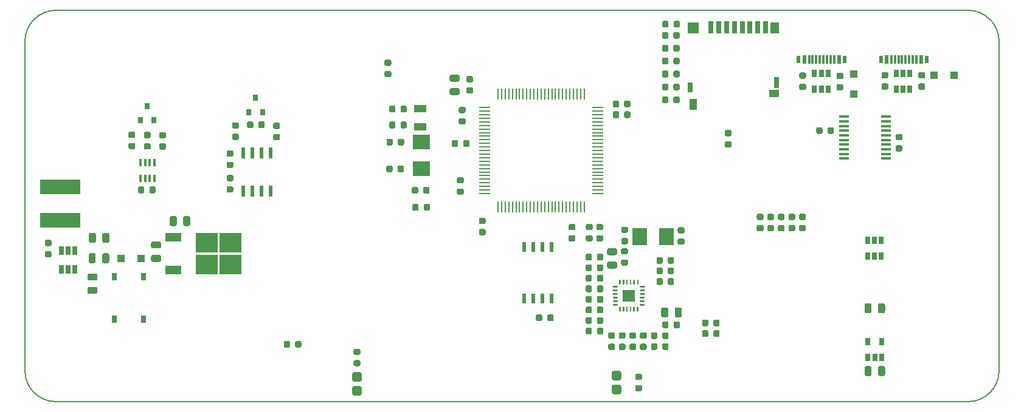
<source format=gbr>
%TF.GenerationSoftware,KiCad,Pcbnew,5.1.6-c6e7f7d~87~ubuntu20.04.1*%
%TF.CreationDate,2020-09-03T14:23:14-03:00*%
%TF.ProjectId,dragonmanh7,64726167-6f6e-46d6-916e-68372e6b6963,rev?*%
%TF.SameCoordinates,Original*%
%TF.FileFunction,Paste,Top*%
%TF.FilePolarity,Positive*%
%FSLAX46Y46*%
G04 Gerber Fmt 4.6, Leading zero omitted, Abs format (unit mm)*
G04 Created by KiCad (PCBNEW 5.1.6-c6e7f7d~87~ubuntu20.04.1) date 2020-09-03 14:23:14*
%MOMM*%
%LPD*%
G01*
G04 APERTURE LIST*
%TA.AperFunction,Profile*%
%ADD10C,0.150000*%
%TD*%
%ADD11C,0.150000*%
%ADD12R,3.050000X2.750000*%
%ADD13R,2.200000X1.200000*%
%ADD14R,1.100000X1.100000*%
%ADD15R,0.700000X1.000000*%
%ADD16R,0.239283X0.761066*%
%ADD17R,0.300000X1.160000*%
%ADD18R,0.600000X1.160000*%
%ADD19R,0.600000X1.100000*%
%ADD20R,0.533400X1.473200*%
%ADD21R,1.000000X1.550000*%
%ADD22R,1.500000X1.500000*%
%ADD23R,0.700000X1.750000*%
%ADD24R,0.800000X1.400000*%
%ADD25R,1.450000X1.000000*%
%ADD26R,0.800000X1.500000*%
%ADD27R,1.300000X1.500000*%
%ADD28R,0.400000X1.060000*%
%ADD29R,0.650000X1.060000*%
%ADD30R,1.450000X0.450000*%
%ADD31R,5.700000X2.000000*%
%ADD32R,0.650000X1.220000*%
%ADD33R,0.600000X1.550000*%
%ADD34R,0.800000X0.900000*%
%ADD35R,2.000000X2.400000*%
%ADD36R,2.400000X2.000000*%
%ADD37R,1.800000X1.000000*%
%ADD38R,1.500000X0.280000*%
%ADD39R,0.280000X1.500000*%
G04 APERTURE END LIST*
D10*
X62992000Y-82550000D02*
G75*
G02*
X58674000Y-78232000I0J4318000D01*
G01*
X58674000Y-32258000D02*
G75*
G02*
X62992000Y-27940000I4318000J0D01*
G01*
X189992000Y-27940000D02*
G75*
G02*
X194310000Y-32258000I0J-4318000D01*
G01*
X194310000Y-78232000D02*
G75*
G02*
X189992000Y-82550000I-4318000J0D01*
G01*
X62992000Y-27940000D02*
X189992000Y-27940000D01*
X58674000Y-32258000D02*
X58674000Y-78232000D01*
X62992000Y-82550000D02*
X189992000Y-82550000D01*
X194310000Y-32258000D02*
X194310000Y-78232000D01*
D11*
G36*
X143570193Y-66945007D02*
G01*
X143570193Y-68589391D01*
X141925809Y-68589391D01*
X141925809Y-66945007D01*
X143570193Y-66945007D01*
G37*
D12*
X83965600Y-63450200D03*
X87315600Y-60400200D03*
X83965600Y-60400200D03*
X87315600Y-63450200D03*
D13*
X79340600Y-64205200D03*
X79340600Y-59645200D03*
D14*
X185239200Y-37033200D03*
X188039200Y-37033200D03*
X72031400Y-62534800D03*
X74831400Y-62534800D03*
D15*
X75152000Y-71047000D03*
X71152000Y-71047000D03*
X71152000Y-65097000D03*
X75152000Y-65097000D03*
D14*
X174078900Y-36839700D03*
X174078900Y-39639700D03*
G36*
G01*
X79814000Y-56896950D02*
X79814000Y-57809450D01*
G75*
G02*
X79570250Y-58053200I-243750J0D01*
G01*
X79082750Y-58053200D01*
G75*
G02*
X78839000Y-57809450I0J243750D01*
G01*
X78839000Y-56896950D01*
G75*
G02*
X79082750Y-56653200I243750J0D01*
G01*
X79570250Y-56653200D01*
G75*
G02*
X79814000Y-56896950I0J-243750D01*
G01*
G37*
G36*
G01*
X81689000Y-56896950D02*
X81689000Y-57809450D01*
G75*
G02*
X81445250Y-58053200I-243750J0D01*
G01*
X80957750Y-58053200D01*
G75*
G02*
X80714000Y-57809450I0J243750D01*
G01*
X80714000Y-56896950D01*
G75*
G02*
X80957750Y-56653200I243750J0D01*
G01*
X81445250Y-56653200D01*
G75*
G02*
X81689000Y-56896950I0J-243750D01*
G01*
G37*
G36*
G01*
X77392850Y-61170400D02*
X76480350Y-61170400D01*
G75*
G02*
X76236600Y-60926650I0J243750D01*
G01*
X76236600Y-60439150D01*
G75*
G02*
X76480350Y-60195400I243750J0D01*
G01*
X77392850Y-60195400D01*
G75*
G02*
X77636600Y-60439150I0J-243750D01*
G01*
X77636600Y-60926650D01*
G75*
G02*
X77392850Y-61170400I-243750J0D01*
G01*
G37*
G36*
G01*
X77392850Y-63045400D02*
X76480350Y-63045400D01*
G75*
G02*
X76236600Y-62801650I0J243750D01*
G01*
X76236600Y-62314150D01*
G75*
G02*
X76480350Y-62070400I243750J0D01*
G01*
X77392850Y-62070400D01*
G75*
G02*
X77636600Y-62314150I0J-243750D01*
G01*
X77636600Y-62801650D01*
G75*
G02*
X77392850Y-63045400I-243750J0D01*
G01*
G37*
G36*
G01*
X144362640Y-66397559D02*
X144884424Y-66397559D01*
G75*
G02*
X145004065Y-66517200I0J-119641D01*
G01*
X145004065Y-66517200D01*
G75*
G02*
X144884424Y-66636841I-119641J0D01*
G01*
X144362640Y-66636841D01*
G75*
G02*
X144242999Y-66517200I0J119641D01*
G01*
X144242999Y-66517200D01*
G75*
G02*
X144362640Y-66397559I119641J0D01*
G01*
G37*
G36*
G01*
X144362640Y-66897559D02*
X144884424Y-66897559D01*
G75*
G02*
X145004065Y-67017200I0J-119641D01*
G01*
X145004065Y-67017200D01*
G75*
G02*
X144884424Y-67136841I-119641J0D01*
G01*
X144362640Y-67136841D01*
G75*
G02*
X144242999Y-67017200I0J119641D01*
G01*
X144242999Y-67017200D01*
G75*
G02*
X144362640Y-66897559I119641J0D01*
G01*
G37*
G36*
G01*
X144362640Y-67397559D02*
X144884424Y-67397559D01*
G75*
G02*
X145004065Y-67517200I0J-119641D01*
G01*
X145004065Y-67517200D01*
G75*
G02*
X144884424Y-67636841I-119641J0D01*
G01*
X144362640Y-67636841D01*
G75*
G02*
X144242999Y-67517200I0J119641D01*
G01*
X144242999Y-67517200D01*
G75*
G02*
X144362640Y-67397559I119641J0D01*
G01*
G37*
G36*
G01*
X144362640Y-67897560D02*
X144884424Y-67897560D01*
G75*
G02*
X145004065Y-68017201I0J-119641D01*
G01*
X145004065Y-68017201D01*
G75*
G02*
X144884424Y-68136842I-119641J0D01*
G01*
X144362640Y-68136842D01*
G75*
G02*
X144242999Y-68017201I0J119641D01*
G01*
X144242999Y-68017201D01*
G75*
G02*
X144362640Y-67897560I119641J0D01*
G01*
G37*
G36*
G01*
X144362640Y-68397560D02*
X144884424Y-68397560D01*
G75*
G02*
X145004065Y-68517201I0J-119641D01*
G01*
X145004065Y-68517201D01*
G75*
G02*
X144884424Y-68636842I-119641J0D01*
G01*
X144362640Y-68636842D01*
G75*
G02*
X144242999Y-68517201I0J119641D01*
G01*
X144242999Y-68517201D01*
G75*
G02*
X144362640Y-68397560I119641J0D01*
G01*
G37*
G36*
G01*
X144362640Y-68897560D02*
X144884424Y-68897560D01*
G75*
G02*
X145004065Y-69017201I0J-119641D01*
G01*
X145004065Y-69017201D01*
G75*
G02*
X144884424Y-69136842I-119641J0D01*
G01*
X144362640Y-69136842D01*
G75*
G02*
X144242999Y-69017201I0J119641D01*
G01*
X144242999Y-69017201D01*
G75*
G02*
X144362640Y-68897560I119641J0D01*
G01*
G37*
G36*
G01*
X140611576Y-68897560D02*
X141133360Y-68897560D01*
G75*
G02*
X141253001Y-69017201I0J-119641D01*
G01*
X141253001Y-69017201D01*
G75*
G02*
X141133360Y-69136842I-119641J0D01*
G01*
X140611576Y-69136842D01*
G75*
G02*
X140491935Y-69017201I0J119641D01*
G01*
X140491935Y-69017201D01*
G75*
G02*
X140611576Y-68897560I119641J0D01*
G01*
G37*
G36*
G01*
X140611576Y-68397560D02*
X141133360Y-68397560D01*
G75*
G02*
X141253001Y-68517201I0J-119641D01*
G01*
X141253001Y-68517201D01*
G75*
G02*
X141133360Y-68636842I-119641J0D01*
G01*
X140611576Y-68636842D01*
G75*
G02*
X140491935Y-68517201I0J119641D01*
G01*
X140491935Y-68517201D01*
G75*
G02*
X140611576Y-68397560I119641J0D01*
G01*
G37*
G36*
G01*
X140611576Y-67897560D02*
X141133360Y-67897560D01*
G75*
G02*
X141253001Y-68017201I0J-119641D01*
G01*
X141253001Y-68017201D01*
G75*
G02*
X141133360Y-68136842I-119641J0D01*
G01*
X140611576Y-68136842D01*
G75*
G02*
X140491935Y-68017201I0J119641D01*
G01*
X140491935Y-68017201D01*
G75*
G02*
X140611576Y-67897560I119641J0D01*
G01*
G37*
G36*
G01*
X140611576Y-67397559D02*
X141133360Y-67397559D01*
G75*
G02*
X141253001Y-67517200I0J-119641D01*
G01*
X141253001Y-67517200D01*
G75*
G02*
X141133360Y-67636841I-119641J0D01*
G01*
X140611576Y-67636841D01*
G75*
G02*
X140491935Y-67517200I0J119641D01*
G01*
X140491935Y-67517200D01*
G75*
G02*
X140611576Y-67397559I119641J0D01*
G01*
G37*
G36*
G01*
X140611576Y-66897559D02*
X141133360Y-66897559D01*
G75*
G02*
X141253001Y-67017200I0J-119641D01*
G01*
X141253001Y-67017200D01*
G75*
G02*
X141133360Y-67136841I-119641J0D01*
G01*
X140611576Y-67136841D01*
G75*
G02*
X140491935Y-67017200I0J119641D01*
G01*
X140491935Y-67017200D01*
G75*
G02*
X140611576Y-66897559I119641J0D01*
G01*
G37*
G36*
G01*
X140611576Y-66397559D02*
X141133360Y-66397559D01*
G75*
G02*
X141253001Y-66517200I0J-119641D01*
G01*
X141253001Y-66517200D01*
G75*
G02*
X141133360Y-66636841I-119641J0D01*
G01*
X140611576Y-66636841D01*
G75*
G02*
X140491935Y-66517200I0J119641D01*
G01*
X140491935Y-66517200D01*
G75*
G02*
X140611576Y-66397559I119641J0D01*
G01*
G37*
G36*
G01*
X143998000Y-69262199D02*
X143998000Y-69262199D01*
G75*
G02*
X144117641Y-69381840I0J-119641D01*
G01*
X144117641Y-69903624D01*
G75*
G02*
X143998000Y-70023265I-119641J0D01*
G01*
X143998000Y-70023265D01*
G75*
G02*
X143878359Y-69903624I0J119641D01*
G01*
X143878359Y-69381840D01*
G75*
G02*
X143998000Y-69262199I119641J0D01*
G01*
G37*
G36*
G01*
X143498000Y-69262199D02*
X143498000Y-69262199D01*
G75*
G02*
X143617641Y-69381840I0J-119641D01*
G01*
X143617641Y-69903624D01*
G75*
G02*
X143498000Y-70023265I-119641J0D01*
G01*
X143498000Y-70023265D01*
G75*
G02*
X143378359Y-69903624I0J119641D01*
G01*
X143378359Y-69381840D01*
G75*
G02*
X143498000Y-69262199I119641J0D01*
G01*
G37*
G36*
G01*
X142998000Y-69262199D02*
X142998000Y-69262199D01*
G75*
G02*
X143117641Y-69381840I0J-119641D01*
G01*
X143117641Y-69903624D01*
G75*
G02*
X142998000Y-70023265I-119641J0D01*
G01*
X142998000Y-70023265D01*
G75*
G02*
X142878359Y-69903624I0J119641D01*
G01*
X142878359Y-69381840D01*
G75*
G02*
X142998000Y-69262199I119641J0D01*
G01*
G37*
G36*
G01*
X142497999Y-69262199D02*
X142497999Y-69262199D01*
G75*
G02*
X142617640Y-69381840I0J-119641D01*
G01*
X142617640Y-69903624D01*
G75*
G02*
X142497999Y-70023265I-119641J0D01*
G01*
X142497999Y-70023265D01*
G75*
G02*
X142378358Y-69903624I0J119641D01*
G01*
X142378358Y-69381840D01*
G75*
G02*
X142497999Y-69262199I119641J0D01*
G01*
G37*
G36*
G01*
X141997999Y-69262199D02*
X141997999Y-69262199D01*
G75*
G02*
X142117640Y-69381840I0J-119641D01*
G01*
X142117640Y-69903624D01*
G75*
G02*
X141997999Y-70023265I-119641J0D01*
G01*
X141997999Y-70023265D01*
G75*
G02*
X141878358Y-69903624I0J119641D01*
G01*
X141878358Y-69381840D01*
G75*
G02*
X141997999Y-69262199I119641J0D01*
G01*
G37*
G36*
G01*
X141497999Y-69262199D02*
X141497999Y-69262199D01*
G75*
G02*
X141617640Y-69381840I0J-119641D01*
G01*
X141617640Y-69903624D01*
G75*
G02*
X141497999Y-70023265I-119641J0D01*
G01*
X141497999Y-70023265D01*
G75*
G02*
X141378358Y-69903624I0J119641D01*
G01*
X141378358Y-69381840D01*
G75*
G02*
X141497999Y-69262199I119641J0D01*
G01*
G37*
G36*
G01*
X141497999Y-65511135D02*
X141497999Y-65511135D01*
G75*
G02*
X141617640Y-65630776I0J-119641D01*
G01*
X141617640Y-66152560D01*
G75*
G02*
X141497999Y-66272201I-119641J0D01*
G01*
X141497999Y-66272201D01*
G75*
G02*
X141378358Y-66152560I0J119641D01*
G01*
X141378358Y-65630776D01*
G75*
G02*
X141497999Y-65511135I119641J0D01*
G01*
G37*
G36*
G01*
X141997999Y-65511135D02*
X141997999Y-65511135D01*
G75*
G02*
X142117640Y-65630776I0J-119641D01*
G01*
X142117640Y-66152560D01*
G75*
G02*
X141997999Y-66272201I-119641J0D01*
G01*
X141997999Y-66272201D01*
G75*
G02*
X141878358Y-66152560I0J119641D01*
G01*
X141878358Y-65630776D01*
G75*
G02*
X141997999Y-65511135I119641J0D01*
G01*
G37*
G36*
G01*
X142497999Y-65511135D02*
X142497999Y-65511135D01*
G75*
G02*
X142617640Y-65630776I0J-119641D01*
G01*
X142617640Y-66152560D01*
G75*
G02*
X142497999Y-66272201I-119641J0D01*
G01*
X142497999Y-66272201D01*
G75*
G02*
X142378358Y-66152560I0J119641D01*
G01*
X142378358Y-65630776D01*
G75*
G02*
X142497999Y-65511135I119641J0D01*
G01*
G37*
G36*
G01*
X142998000Y-65511135D02*
X142998000Y-65511135D01*
G75*
G02*
X143117641Y-65630776I0J-119641D01*
G01*
X143117641Y-66152560D01*
G75*
G02*
X142998000Y-66272201I-119641J0D01*
G01*
X142998000Y-66272201D01*
G75*
G02*
X142878359Y-66152560I0J119641D01*
G01*
X142878359Y-65630776D01*
G75*
G02*
X142998000Y-65511135I119641J0D01*
G01*
G37*
G36*
G01*
X143498000Y-65511135D02*
X143498000Y-65511135D01*
G75*
G02*
X143617641Y-65630776I0J-119641D01*
G01*
X143617641Y-66152560D01*
G75*
G02*
X143498000Y-66272201I-119641J0D01*
G01*
X143498000Y-66272201D01*
G75*
G02*
X143378359Y-66152560I0J119641D01*
G01*
X143378359Y-65630776D01*
G75*
G02*
X143498000Y-65511135I119641J0D01*
G01*
G37*
D16*
X143998000Y-65891668D03*
G36*
G01*
X178665850Y-37445200D02*
X178153350Y-37445200D01*
G75*
G02*
X177934600Y-37226450I0J218750D01*
G01*
X177934600Y-36788950D01*
G75*
G02*
X178153350Y-36570200I218750J0D01*
G01*
X178665850Y-36570200D01*
G75*
G02*
X178884600Y-36788950I0J-218750D01*
G01*
X178884600Y-37226450D01*
G75*
G02*
X178665850Y-37445200I-218750J0D01*
G01*
G37*
G36*
G01*
X178665850Y-39020200D02*
X178153350Y-39020200D01*
G75*
G02*
X177934600Y-38801450I0J218750D01*
G01*
X177934600Y-38363950D01*
G75*
G02*
X178153350Y-38145200I218750J0D01*
G01*
X178665850Y-38145200D01*
G75*
G02*
X178884600Y-38363950I0J-218750D01*
G01*
X178884600Y-38801450D01*
G75*
G02*
X178665850Y-39020200I-218750J0D01*
G01*
G37*
G36*
G01*
X183796650Y-37445200D02*
X183284150Y-37445200D01*
G75*
G02*
X183065400Y-37226450I0J218750D01*
G01*
X183065400Y-36788950D01*
G75*
G02*
X183284150Y-36570200I218750J0D01*
G01*
X183796650Y-36570200D01*
G75*
G02*
X184015400Y-36788950I0J-218750D01*
G01*
X184015400Y-37226450D01*
G75*
G02*
X183796650Y-37445200I-218750J0D01*
G01*
G37*
G36*
G01*
X183796650Y-39020200D02*
X183284150Y-39020200D01*
G75*
G02*
X183065400Y-38801450I0J218750D01*
G01*
X183065400Y-38363950D01*
G75*
G02*
X183284150Y-38145200I218750J0D01*
G01*
X183796650Y-38145200D01*
G75*
G02*
X184015400Y-38363950I0J-218750D01*
G01*
X184015400Y-38801450D01*
G75*
G02*
X183796650Y-39020200I-218750J0D01*
G01*
G37*
G36*
G01*
X167223150Y-37483300D02*
X166710650Y-37483300D01*
G75*
G02*
X166491900Y-37264550I0J218750D01*
G01*
X166491900Y-36827050D01*
G75*
G02*
X166710650Y-36608300I218750J0D01*
G01*
X167223150Y-36608300D01*
G75*
G02*
X167441900Y-36827050I0J-218750D01*
G01*
X167441900Y-37264550D01*
G75*
G02*
X167223150Y-37483300I-218750J0D01*
G01*
G37*
G36*
G01*
X167223150Y-39058300D02*
X166710650Y-39058300D01*
G75*
G02*
X166491900Y-38839550I0J218750D01*
G01*
X166491900Y-38402050D01*
G75*
G02*
X166710650Y-38183300I218750J0D01*
G01*
X167223150Y-38183300D01*
G75*
G02*
X167441900Y-38402050I0J-218750D01*
G01*
X167441900Y-38839550D01*
G75*
G02*
X167223150Y-39058300I-218750J0D01*
G01*
G37*
G36*
G01*
X172404750Y-37534100D02*
X171892250Y-37534100D01*
G75*
G02*
X171673500Y-37315350I0J218750D01*
G01*
X171673500Y-36877850D01*
G75*
G02*
X171892250Y-36659100I218750J0D01*
G01*
X172404750Y-36659100D01*
G75*
G02*
X172623500Y-36877850I0J-218750D01*
G01*
X172623500Y-37315350D01*
G75*
G02*
X172404750Y-37534100I-218750J0D01*
G01*
G37*
G36*
G01*
X172404750Y-39109100D02*
X171892250Y-39109100D01*
G75*
G02*
X171673500Y-38890350I0J218750D01*
G01*
X171673500Y-38452850D01*
G75*
G02*
X171892250Y-38234100I218750J0D01*
G01*
X172404750Y-38234100D01*
G75*
G02*
X172623500Y-38452850I0J-218750D01*
G01*
X172623500Y-38890350D01*
G75*
G02*
X172404750Y-39109100I-218750J0D01*
G01*
G37*
G36*
G01*
X154528000Y-73306650D02*
X154528000Y-72794150D01*
G75*
G02*
X154746750Y-72575400I218750J0D01*
G01*
X155184250Y-72575400D01*
G75*
G02*
X155403000Y-72794150I0J-218750D01*
G01*
X155403000Y-73306650D01*
G75*
G02*
X155184250Y-73525400I-218750J0D01*
G01*
X154746750Y-73525400D01*
G75*
G02*
X154528000Y-73306650I0J218750D01*
G01*
G37*
G36*
G01*
X152953000Y-73306650D02*
X152953000Y-72794150D01*
G75*
G02*
X153171750Y-72575400I218750J0D01*
G01*
X153609250Y-72575400D01*
G75*
G02*
X153828000Y-72794150I0J-218750D01*
G01*
X153828000Y-73306650D01*
G75*
G02*
X153609250Y-73525400I-218750J0D01*
G01*
X153171750Y-73525400D01*
G75*
G02*
X152953000Y-73306650I0J218750D01*
G01*
G37*
G36*
G01*
X147478000Y-62583350D02*
X147478000Y-63095850D01*
G75*
G02*
X147259250Y-63314600I-218750J0D01*
G01*
X146821750Y-63314600D01*
G75*
G02*
X146603000Y-63095850I0J218750D01*
G01*
X146603000Y-62583350D01*
G75*
G02*
X146821750Y-62364600I218750J0D01*
G01*
X147259250Y-62364600D01*
G75*
G02*
X147478000Y-62583350I0J-218750D01*
G01*
G37*
G36*
G01*
X149053000Y-62583350D02*
X149053000Y-63095850D01*
G75*
G02*
X148834250Y-63314600I-218750J0D01*
G01*
X148396750Y-63314600D01*
G75*
G02*
X148178000Y-63095850I0J218750D01*
G01*
X148178000Y-62583350D01*
G75*
G02*
X148396750Y-62364600I218750J0D01*
G01*
X148834250Y-62364600D01*
G75*
G02*
X149053000Y-62583350I0J-218750D01*
G01*
G37*
G36*
G01*
X167185050Y-57206400D02*
X166672550Y-57206400D01*
G75*
G02*
X166453800Y-56987650I0J218750D01*
G01*
X166453800Y-56550150D01*
G75*
G02*
X166672550Y-56331400I218750J0D01*
G01*
X167185050Y-56331400D01*
G75*
G02*
X167403800Y-56550150I0J-218750D01*
G01*
X167403800Y-56987650D01*
G75*
G02*
X167185050Y-57206400I-218750J0D01*
G01*
G37*
G36*
G01*
X167185050Y-58781400D02*
X166672550Y-58781400D01*
G75*
G02*
X166453800Y-58562650I0J218750D01*
G01*
X166453800Y-58125150D01*
G75*
G02*
X166672550Y-57906400I218750J0D01*
G01*
X167185050Y-57906400D01*
G75*
G02*
X167403800Y-58125150I0J-218750D01*
G01*
X167403800Y-58562650D01*
G75*
G02*
X167185050Y-58781400I-218750J0D01*
G01*
G37*
G36*
G01*
X164238650Y-57206400D02*
X163726150Y-57206400D01*
G75*
G02*
X163507400Y-56987650I0J218750D01*
G01*
X163507400Y-56550150D01*
G75*
G02*
X163726150Y-56331400I218750J0D01*
G01*
X164238650Y-56331400D01*
G75*
G02*
X164457400Y-56550150I0J-218750D01*
G01*
X164457400Y-56987650D01*
G75*
G02*
X164238650Y-57206400I-218750J0D01*
G01*
G37*
G36*
G01*
X164238650Y-58781400D02*
X163726150Y-58781400D01*
G75*
G02*
X163507400Y-58562650I0J218750D01*
G01*
X163507400Y-58125150D01*
G75*
G02*
X163726150Y-57906400I218750J0D01*
G01*
X164238650Y-57906400D01*
G75*
G02*
X164457400Y-58125150I0J-218750D01*
G01*
X164457400Y-58562650D01*
G75*
G02*
X164238650Y-58781400I-218750J0D01*
G01*
G37*
G36*
G01*
X162765450Y-57206400D02*
X162252950Y-57206400D01*
G75*
G02*
X162034200Y-56987650I0J218750D01*
G01*
X162034200Y-56550150D01*
G75*
G02*
X162252950Y-56331400I218750J0D01*
G01*
X162765450Y-56331400D01*
G75*
G02*
X162984200Y-56550150I0J-218750D01*
G01*
X162984200Y-56987650D01*
G75*
G02*
X162765450Y-57206400I-218750J0D01*
G01*
G37*
G36*
G01*
X162765450Y-58781400D02*
X162252950Y-58781400D01*
G75*
G02*
X162034200Y-58562650I0J218750D01*
G01*
X162034200Y-58125150D01*
G75*
G02*
X162252950Y-57906400I218750J0D01*
G01*
X162765450Y-57906400D01*
G75*
G02*
X162984200Y-58125150I0J-218750D01*
G01*
X162984200Y-58562650D01*
G75*
G02*
X162765450Y-58781400I-218750J0D01*
G01*
G37*
G36*
G01*
X161292250Y-57206400D02*
X160779750Y-57206400D01*
G75*
G02*
X160561000Y-56987650I0J218750D01*
G01*
X160561000Y-56550150D01*
G75*
G02*
X160779750Y-56331400I218750J0D01*
G01*
X161292250Y-56331400D01*
G75*
G02*
X161511000Y-56550150I0J-218750D01*
G01*
X161511000Y-56987650D01*
G75*
G02*
X161292250Y-57206400I-218750J0D01*
G01*
G37*
G36*
G01*
X161292250Y-58781400D02*
X160779750Y-58781400D01*
G75*
G02*
X160561000Y-58562650I0J218750D01*
G01*
X160561000Y-58125150D01*
G75*
G02*
X160779750Y-57906400I218750J0D01*
G01*
X161292250Y-57906400D01*
G75*
G02*
X161511000Y-58125150I0J-218750D01*
G01*
X161511000Y-58562650D01*
G75*
G02*
X161292250Y-58781400I-218750J0D01*
G01*
G37*
G36*
G01*
X137622800Y-66545750D02*
X137622800Y-67058250D01*
G75*
G02*
X137404050Y-67277000I-218750J0D01*
G01*
X136966550Y-67277000D01*
G75*
G02*
X136747800Y-67058250I0J218750D01*
G01*
X136747800Y-66545750D01*
G75*
G02*
X136966550Y-66327000I218750J0D01*
G01*
X137404050Y-66327000D01*
G75*
G02*
X137622800Y-66545750I0J-218750D01*
G01*
G37*
G36*
G01*
X139197800Y-66545750D02*
X139197800Y-67058250D01*
G75*
G02*
X138979050Y-67277000I-218750J0D01*
G01*
X138541550Y-67277000D01*
G75*
G02*
X138322800Y-67058250I0J218750D01*
G01*
X138322800Y-66545750D01*
G75*
G02*
X138541550Y-66327000I218750J0D01*
G01*
X138979050Y-66327000D01*
G75*
G02*
X139197800Y-66545750I0J-218750D01*
G01*
G37*
G36*
G01*
X137622800Y-62126150D02*
X137622800Y-62638650D01*
G75*
G02*
X137404050Y-62857400I-218750J0D01*
G01*
X136966550Y-62857400D01*
G75*
G02*
X136747800Y-62638650I0J218750D01*
G01*
X136747800Y-62126150D01*
G75*
G02*
X136966550Y-61907400I218750J0D01*
G01*
X137404050Y-61907400D01*
G75*
G02*
X137622800Y-62126150I0J-218750D01*
G01*
G37*
G36*
G01*
X139197800Y-62126150D02*
X139197800Y-62638650D01*
G75*
G02*
X138979050Y-62857400I-218750J0D01*
G01*
X138541550Y-62857400D01*
G75*
G02*
X138322800Y-62638650I0J218750D01*
G01*
X138322800Y-62126150D01*
G75*
G02*
X138541550Y-61907400I218750J0D01*
G01*
X138979050Y-61907400D01*
G75*
G02*
X139197800Y-62126150I0J-218750D01*
G01*
G37*
G36*
G01*
X142089850Y-73767200D02*
X141577350Y-73767200D01*
G75*
G02*
X141358600Y-73548450I0J218750D01*
G01*
X141358600Y-73110950D01*
G75*
G02*
X141577350Y-72892200I218750J0D01*
G01*
X142089850Y-72892200D01*
G75*
G02*
X142308600Y-73110950I0J-218750D01*
G01*
X142308600Y-73548450D01*
G75*
G02*
X142089850Y-73767200I-218750J0D01*
G01*
G37*
G36*
G01*
X142089850Y-75342200D02*
X141577350Y-75342200D01*
G75*
G02*
X141358600Y-75123450I0J218750D01*
G01*
X141358600Y-74685950D01*
G75*
G02*
X141577350Y-74467200I218750J0D01*
G01*
X142089850Y-74467200D01*
G75*
G02*
X142308600Y-74685950I0J-218750D01*
G01*
X142308600Y-75123450D01*
G75*
G02*
X142089850Y-75342200I-218750J0D01*
G01*
G37*
G36*
G01*
X137622800Y-72438550D02*
X137622800Y-72951050D01*
G75*
G02*
X137404050Y-73169800I-218750J0D01*
G01*
X136966550Y-73169800D01*
G75*
G02*
X136747800Y-72951050I0J218750D01*
G01*
X136747800Y-72438550D01*
G75*
G02*
X136966550Y-72219800I218750J0D01*
G01*
X137404050Y-72219800D01*
G75*
G02*
X137622800Y-72438550I0J-218750D01*
G01*
G37*
G36*
G01*
X139197800Y-72438550D02*
X139197800Y-72951050D01*
G75*
G02*
X138979050Y-73169800I-218750J0D01*
G01*
X138541550Y-73169800D01*
G75*
G02*
X138322800Y-72951050I0J218750D01*
G01*
X138322800Y-72438550D01*
G75*
G02*
X138541550Y-72219800I218750J0D01*
G01*
X138979050Y-72219800D01*
G75*
G02*
X139197800Y-72438550I0J-218750D01*
G01*
G37*
G36*
G01*
X138322800Y-71477850D02*
X138322800Y-70965350D01*
G75*
G02*
X138541550Y-70746600I218750J0D01*
G01*
X138979050Y-70746600D01*
G75*
G02*
X139197800Y-70965350I0J-218750D01*
G01*
X139197800Y-71477850D01*
G75*
G02*
X138979050Y-71696600I-218750J0D01*
G01*
X138541550Y-71696600D01*
G75*
G02*
X138322800Y-71477850I0J218750D01*
G01*
G37*
G36*
G01*
X136747800Y-71477850D02*
X136747800Y-70965350D01*
G75*
G02*
X136966550Y-70746600I218750J0D01*
G01*
X137404050Y-70746600D01*
G75*
G02*
X137622800Y-70965350I0J-218750D01*
G01*
X137622800Y-71477850D01*
G75*
G02*
X137404050Y-71696600I-218750J0D01*
G01*
X136966550Y-71696600D01*
G75*
G02*
X136747800Y-71477850I0J218750D01*
G01*
G37*
G36*
G01*
X138322800Y-70004650D02*
X138322800Y-69492150D01*
G75*
G02*
X138541550Y-69273400I218750J0D01*
G01*
X138979050Y-69273400D01*
G75*
G02*
X139197800Y-69492150I0J-218750D01*
G01*
X139197800Y-70004650D01*
G75*
G02*
X138979050Y-70223400I-218750J0D01*
G01*
X138541550Y-70223400D01*
G75*
G02*
X138322800Y-70004650I0J218750D01*
G01*
G37*
G36*
G01*
X136747800Y-70004650D02*
X136747800Y-69492150D01*
G75*
G02*
X136966550Y-69273400I218750J0D01*
G01*
X137404050Y-69273400D01*
G75*
G02*
X137622800Y-69492150I0J-218750D01*
G01*
X137622800Y-70004650D01*
G75*
G02*
X137404050Y-70223400I-218750J0D01*
G01*
X136966550Y-70223400D01*
G75*
G02*
X136747800Y-70004650I0J218750D01*
G01*
G37*
G36*
G01*
X138322800Y-64111850D02*
X138322800Y-63599350D01*
G75*
G02*
X138541550Y-63380600I218750J0D01*
G01*
X138979050Y-63380600D01*
G75*
G02*
X139197800Y-63599350I0J-218750D01*
G01*
X139197800Y-64111850D01*
G75*
G02*
X138979050Y-64330600I-218750J0D01*
G01*
X138541550Y-64330600D01*
G75*
G02*
X138322800Y-64111850I0J218750D01*
G01*
G37*
G36*
G01*
X136747800Y-64111850D02*
X136747800Y-63599350D01*
G75*
G02*
X136966550Y-63380600I218750J0D01*
G01*
X137404050Y-63380600D01*
G75*
G02*
X137622800Y-63599350I0J-218750D01*
G01*
X137622800Y-64111850D01*
G75*
G02*
X137404050Y-64330600I-218750J0D01*
G01*
X136966550Y-64330600D01*
G75*
G02*
X136747800Y-64111850I0J218750D01*
G01*
G37*
G36*
G01*
X87479850Y-51796200D02*
X86967350Y-51796200D01*
G75*
G02*
X86748600Y-51577450I0J218750D01*
G01*
X86748600Y-51139950D01*
G75*
G02*
X86967350Y-50921200I218750J0D01*
G01*
X87479850Y-50921200D01*
G75*
G02*
X87698600Y-51139950I0J-218750D01*
G01*
X87698600Y-51577450D01*
G75*
G02*
X87479850Y-51796200I-218750J0D01*
G01*
G37*
G36*
G01*
X87479850Y-53371200D02*
X86967350Y-53371200D01*
G75*
G02*
X86748600Y-53152450I0J218750D01*
G01*
X86748600Y-52714950D01*
G75*
G02*
X86967350Y-52496200I218750J0D01*
G01*
X87479850Y-52496200D01*
G75*
G02*
X87698600Y-52714950I0J-218750D01*
G01*
X87698600Y-53152450D01*
G75*
G02*
X87479850Y-53371200I-218750J0D01*
G01*
G37*
G36*
G01*
X138453150Y-59328800D02*
X138965650Y-59328800D01*
G75*
G02*
X139184400Y-59547550I0J-218750D01*
G01*
X139184400Y-59985050D01*
G75*
G02*
X138965650Y-60203800I-218750J0D01*
G01*
X138453150Y-60203800D01*
G75*
G02*
X138234400Y-59985050I0J218750D01*
G01*
X138234400Y-59547550D01*
G75*
G02*
X138453150Y-59328800I218750J0D01*
G01*
G37*
G36*
G01*
X138453150Y-57753800D02*
X138965650Y-57753800D01*
G75*
G02*
X139184400Y-57972550I0J-218750D01*
G01*
X139184400Y-58410050D01*
G75*
G02*
X138965650Y-58628800I-218750J0D01*
G01*
X138453150Y-58628800D01*
G75*
G02*
X138234400Y-58410050I0J218750D01*
G01*
X138234400Y-57972550D01*
G75*
G02*
X138453150Y-57753800I218750J0D01*
G01*
G37*
G36*
G01*
X148965400Y-40693050D02*
X148965400Y-40180550D01*
G75*
G02*
X149184150Y-39961800I218750J0D01*
G01*
X149621650Y-39961800D01*
G75*
G02*
X149840400Y-40180550I0J-218750D01*
G01*
X149840400Y-40693050D01*
G75*
G02*
X149621650Y-40911800I-218750J0D01*
G01*
X149184150Y-40911800D01*
G75*
G02*
X148965400Y-40693050I0J218750D01*
G01*
G37*
G36*
G01*
X147390400Y-40693050D02*
X147390400Y-40180550D01*
G75*
G02*
X147609150Y-39961800I218750J0D01*
G01*
X148046650Y-39961800D01*
G75*
G02*
X148265400Y-40180550I0J-218750D01*
G01*
X148265400Y-40693050D01*
G75*
G02*
X148046650Y-40911800I-218750J0D01*
G01*
X147609150Y-40911800D01*
G75*
G02*
X147390400Y-40693050I0J218750D01*
G01*
G37*
G36*
G01*
X148965400Y-38892190D02*
X148965400Y-38379690D01*
G75*
G02*
X149184150Y-38160940I218750J0D01*
G01*
X149621650Y-38160940D01*
G75*
G02*
X149840400Y-38379690I0J-218750D01*
G01*
X149840400Y-38892190D01*
G75*
G02*
X149621650Y-39110940I-218750J0D01*
G01*
X149184150Y-39110940D01*
G75*
G02*
X148965400Y-38892190I0J218750D01*
G01*
G37*
G36*
G01*
X147390400Y-38892190D02*
X147390400Y-38379690D01*
G75*
G02*
X147609150Y-38160940I218750J0D01*
G01*
X148046650Y-38160940D01*
G75*
G02*
X148265400Y-38379690I0J-218750D01*
G01*
X148265400Y-38892190D01*
G75*
G02*
X148046650Y-39110940I-218750J0D01*
G01*
X147609150Y-39110940D01*
G75*
G02*
X147390400Y-38892190I0J218750D01*
G01*
G37*
G36*
G01*
X148965400Y-37091330D02*
X148965400Y-36578830D01*
G75*
G02*
X149184150Y-36360080I218750J0D01*
G01*
X149621650Y-36360080D01*
G75*
G02*
X149840400Y-36578830I0J-218750D01*
G01*
X149840400Y-37091330D01*
G75*
G02*
X149621650Y-37310080I-218750J0D01*
G01*
X149184150Y-37310080D01*
G75*
G02*
X148965400Y-37091330I0J218750D01*
G01*
G37*
G36*
G01*
X147390400Y-37091330D02*
X147390400Y-36578830D01*
G75*
G02*
X147609150Y-36360080I218750J0D01*
G01*
X148046650Y-36360080D01*
G75*
G02*
X148265400Y-36578830I0J-218750D01*
G01*
X148265400Y-37091330D01*
G75*
G02*
X148046650Y-37310080I-218750J0D01*
G01*
X147609150Y-37310080D01*
G75*
G02*
X147390400Y-37091330I0J218750D01*
G01*
G37*
G36*
G01*
X148965400Y-35290470D02*
X148965400Y-34777970D01*
G75*
G02*
X149184150Y-34559220I218750J0D01*
G01*
X149621650Y-34559220D01*
G75*
G02*
X149840400Y-34777970I0J-218750D01*
G01*
X149840400Y-35290470D01*
G75*
G02*
X149621650Y-35509220I-218750J0D01*
G01*
X149184150Y-35509220D01*
G75*
G02*
X148965400Y-35290470I0J218750D01*
G01*
G37*
G36*
G01*
X147390400Y-35290470D02*
X147390400Y-34777970D01*
G75*
G02*
X147609150Y-34559220I218750J0D01*
G01*
X148046650Y-34559220D01*
G75*
G02*
X148265400Y-34777970I0J-218750D01*
G01*
X148265400Y-35290470D01*
G75*
G02*
X148046650Y-35509220I-218750J0D01*
G01*
X147609150Y-35509220D01*
G75*
G02*
X147390400Y-35290470I0J218750D01*
G01*
G37*
G36*
G01*
X73814650Y-45751000D02*
X73302150Y-45751000D01*
G75*
G02*
X73083400Y-45532250I0J218750D01*
G01*
X73083400Y-45094750D01*
G75*
G02*
X73302150Y-44876000I218750J0D01*
G01*
X73814650Y-44876000D01*
G75*
G02*
X74033400Y-45094750I0J-218750D01*
G01*
X74033400Y-45532250D01*
G75*
G02*
X73814650Y-45751000I-218750J0D01*
G01*
G37*
G36*
G01*
X73814650Y-47326000D02*
X73302150Y-47326000D01*
G75*
G02*
X73083400Y-47107250I0J218750D01*
G01*
X73083400Y-46669750D01*
G75*
G02*
X73302150Y-46451000I218750J0D01*
G01*
X73814650Y-46451000D01*
G75*
G02*
X74033400Y-46669750I0J-218750D01*
G01*
X74033400Y-47107250D01*
G75*
G02*
X73814650Y-47326000I-218750J0D01*
G01*
G37*
G36*
G01*
X78107250Y-45801800D02*
X77594750Y-45801800D01*
G75*
G02*
X77376000Y-45583050I0J218750D01*
G01*
X77376000Y-45145550D01*
G75*
G02*
X77594750Y-44926800I218750J0D01*
G01*
X78107250Y-44926800D01*
G75*
G02*
X78326000Y-45145550I0J-218750D01*
G01*
X78326000Y-45583050D01*
G75*
G02*
X78107250Y-45801800I-218750J0D01*
G01*
G37*
G36*
G01*
X78107250Y-47376800D02*
X77594750Y-47376800D01*
G75*
G02*
X77376000Y-47158050I0J218750D01*
G01*
X77376000Y-46720550D01*
G75*
G02*
X77594750Y-46501800I218750J0D01*
G01*
X78107250Y-46501800D01*
G75*
G02*
X78326000Y-46720550I0J-218750D01*
G01*
X78326000Y-47158050D01*
G75*
G02*
X78107250Y-47376800I-218750J0D01*
G01*
G37*
G36*
G01*
X93972090Y-44501320D02*
X93459590Y-44501320D01*
G75*
G02*
X93240840Y-44282570I0J218750D01*
G01*
X93240840Y-43845070D01*
G75*
G02*
X93459590Y-43626320I218750J0D01*
G01*
X93972090Y-43626320D01*
G75*
G02*
X94190840Y-43845070I0J-218750D01*
G01*
X94190840Y-44282570D01*
G75*
G02*
X93972090Y-44501320I-218750J0D01*
G01*
G37*
G36*
G01*
X93972090Y-46076320D02*
X93459590Y-46076320D01*
G75*
G02*
X93240840Y-45857570I0J218750D01*
G01*
X93240840Y-45420070D01*
G75*
G02*
X93459590Y-45201320I218750J0D01*
G01*
X93972090Y-45201320D01*
G75*
G02*
X94190840Y-45420070I0J-218750D01*
G01*
X94190840Y-45857570D01*
G75*
G02*
X93972090Y-46076320I-218750J0D01*
G01*
G37*
G36*
G01*
X90480400Y-43660350D02*
X90480400Y-44172850D01*
G75*
G02*
X90261650Y-44391600I-218750J0D01*
G01*
X89824150Y-44391600D01*
G75*
G02*
X89605400Y-44172850I0J218750D01*
G01*
X89605400Y-43660350D01*
G75*
G02*
X89824150Y-43441600I218750J0D01*
G01*
X90261650Y-43441600D01*
G75*
G02*
X90480400Y-43660350I0J-218750D01*
G01*
G37*
G36*
G01*
X92055400Y-43660350D02*
X92055400Y-44172850D01*
G75*
G02*
X91836650Y-44391600I-218750J0D01*
G01*
X91399150Y-44391600D01*
G75*
G02*
X91180400Y-44172850I0J218750D01*
G01*
X91180400Y-43660350D01*
G75*
G02*
X91399150Y-43441600I218750J0D01*
G01*
X91836650Y-43441600D01*
G75*
G02*
X92055400Y-43660350I0J-218750D01*
G01*
G37*
G36*
G01*
X87729350Y-45158140D02*
X88241850Y-45158140D01*
G75*
G02*
X88460600Y-45376890I0J-218750D01*
G01*
X88460600Y-45814390D01*
G75*
G02*
X88241850Y-46033140I-218750J0D01*
G01*
X87729350Y-46033140D01*
G75*
G02*
X87510600Y-45814390I0J218750D01*
G01*
X87510600Y-45376890D01*
G75*
G02*
X87729350Y-45158140I218750J0D01*
G01*
G37*
G36*
G01*
X87729350Y-43583140D02*
X88241850Y-43583140D01*
G75*
G02*
X88460600Y-43801890I0J-218750D01*
G01*
X88460600Y-44239390D01*
G75*
G02*
X88241850Y-44458140I-218750J0D01*
G01*
X87729350Y-44458140D01*
G75*
G02*
X87510600Y-44239390I0J218750D01*
G01*
X87510600Y-43801890D01*
G75*
G02*
X87729350Y-43583140I218750J0D01*
G01*
G37*
G36*
G01*
X148965400Y-33489610D02*
X148965400Y-32977110D01*
G75*
G02*
X149184150Y-32758360I218750J0D01*
G01*
X149621650Y-32758360D01*
G75*
G02*
X149840400Y-32977110I0J-218750D01*
G01*
X149840400Y-33489610D01*
G75*
G02*
X149621650Y-33708360I-218750J0D01*
G01*
X149184150Y-33708360D01*
G75*
G02*
X148965400Y-33489610I0J218750D01*
G01*
G37*
G36*
G01*
X147390400Y-33489610D02*
X147390400Y-32977110D01*
G75*
G02*
X147609150Y-32758360I218750J0D01*
G01*
X148046650Y-32758360D01*
G75*
G02*
X148265400Y-32977110I0J-218750D01*
G01*
X148265400Y-33489610D01*
G75*
G02*
X148046650Y-33708360I-218750J0D01*
G01*
X147609150Y-33708360D01*
G75*
G02*
X147390400Y-33489610I0J218750D01*
G01*
G37*
G36*
G01*
X148965400Y-31688750D02*
X148965400Y-31176250D01*
G75*
G02*
X149184150Y-30957500I218750J0D01*
G01*
X149621650Y-30957500D01*
G75*
G02*
X149840400Y-31176250I0J-218750D01*
G01*
X149840400Y-31688750D01*
G75*
G02*
X149621650Y-31907500I-218750J0D01*
G01*
X149184150Y-31907500D01*
G75*
G02*
X148965400Y-31688750I0J218750D01*
G01*
G37*
G36*
G01*
X147390400Y-31688750D02*
X147390400Y-31176250D01*
G75*
G02*
X147609150Y-30957500I218750J0D01*
G01*
X148046650Y-30957500D01*
G75*
G02*
X148265400Y-31176250I0J-218750D01*
G01*
X148265400Y-31688750D01*
G75*
G02*
X148046650Y-31907500I-218750J0D01*
G01*
X147609150Y-31907500D01*
G75*
G02*
X147390400Y-31688750I0J218750D01*
G01*
G37*
G36*
G01*
X96298500Y-74805250D02*
X96298500Y-74292750D01*
G75*
G02*
X96517250Y-74074000I218750J0D01*
G01*
X96954750Y-74074000D01*
G75*
G02*
X97173500Y-74292750I0J-218750D01*
G01*
X97173500Y-74805250D01*
G75*
G02*
X96954750Y-75024000I-218750J0D01*
G01*
X96517250Y-75024000D01*
G75*
G02*
X96298500Y-74805250I0J218750D01*
G01*
G37*
G36*
G01*
X94723500Y-74805250D02*
X94723500Y-74292750D01*
G75*
G02*
X94942250Y-74074000I218750J0D01*
G01*
X95379750Y-74074000D01*
G75*
G02*
X95598500Y-74292750I0J-218750D01*
G01*
X95598500Y-74805250D01*
G75*
G02*
X95379750Y-75024000I-218750J0D01*
G01*
X94942250Y-75024000D01*
G75*
G02*
X94723500Y-74805250I0J218750D01*
G01*
G37*
G36*
G01*
X104645750Y-76740500D02*
X105158250Y-76740500D01*
G75*
G02*
X105377000Y-76959250I0J-218750D01*
G01*
X105377000Y-77396750D01*
G75*
G02*
X105158250Y-77615500I-218750J0D01*
G01*
X104645750Y-77615500D01*
G75*
G02*
X104427000Y-77396750I0J218750D01*
G01*
X104427000Y-76959250D01*
G75*
G02*
X104645750Y-76740500I218750J0D01*
G01*
G37*
G36*
G01*
X104645750Y-75165500D02*
X105158250Y-75165500D01*
G75*
G02*
X105377000Y-75384250I0J-218750D01*
G01*
X105377000Y-75821750D01*
G75*
G02*
X105158250Y-76040500I-218750J0D01*
G01*
X104645750Y-76040500D01*
G75*
G02*
X104427000Y-75821750I0J218750D01*
G01*
X104427000Y-75384250D01*
G75*
G02*
X104645750Y-75165500I218750J0D01*
G01*
G37*
G36*
G01*
X143863350Y-80233000D02*
X144375850Y-80233000D01*
G75*
G02*
X144594600Y-80451750I0J-218750D01*
G01*
X144594600Y-80889250D01*
G75*
G02*
X144375850Y-81108000I-218750J0D01*
G01*
X143863350Y-81108000D01*
G75*
G02*
X143644600Y-80889250I0J218750D01*
G01*
X143644600Y-80451750D01*
G75*
G02*
X143863350Y-80233000I218750J0D01*
G01*
G37*
G36*
G01*
X143863350Y-78658000D02*
X144375850Y-78658000D01*
G75*
G02*
X144594600Y-78876750I0J-218750D01*
G01*
X144594600Y-79314250D01*
G75*
G02*
X144375850Y-79533000I-218750J0D01*
G01*
X143863350Y-79533000D01*
G75*
G02*
X143644600Y-79314250I0J218750D01*
G01*
X143644600Y-78876750D01*
G75*
G02*
X143863350Y-78658000I218750J0D01*
G01*
G37*
G36*
G01*
X154528000Y-71833450D02*
X154528000Y-71320950D01*
G75*
G02*
X154746750Y-71102200I218750J0D01*
G01*
X155184250Y-71102200D01*
G75*
G02*
X155403000Y-71320950I0J-218750D01*
G01*
X155403000Y-71833450D01*
G75*
G02*
X155184250Y-72052200I-218750J0D01*
G01*
X154746750Y-72052200D01*
G75*
G02*
X154528000Y-71833450I0J218750D01*
G01*
G37*
G36*
G01*
X152953000Y-71833450D02*
X152953000Y-71320950D01*
G75*
G02*
X153171750Y-71102200I218750J0D01*
G01*
X153609250Y-71102200D01*
G75*
G02*
X153828000Y-71320950I0J-218750D01*
G01*
X153828000Y-71833450D01*
G75*
G02*
X153609250Y-72052200I-218750J0D01*
G01*
X153171750Y-72052200D01*
G75*
G02*
X152953000Y-71833450I0J218750D01*
G01*
G37*
G36*
G01*
X156847250Y-45522400D02*
X156334750Y-45522400D01*
G75*
G02*
X156116000Y-45303650I0J218750D01*
G01*
X156116000Y-44866150D01*
G75*
G02*
X156334750Y-44647400I218750J0D01*
G01*
X156847250Y-44647400D01*
G75*
G02*
X157066000Y-44866150I0J-218750D01*
G01*
X157066000Y-45303650D01*
G75*
G02*
X156847250Y-45522400I-218750J0D01*
G01*
G37*
G36*
G01*
X156847250Y-47097400D02*
X156334750Y-47097400D01*
G75*
G02*
X156116000Y-46878650I0J218750D01*
G01*
X156116000Y-46441150D01*
G75*
G02*
X156334750Y-46222400I218750J0D01*
G01*
X156847250Y-46222400D01*
G75*
G02*
X157066000Y-46441150I0J-218750D01*
G01*
X157066000Y-46878650D01*
G75*
G02*
X156847250Y-47097400I-218750J0D01*
G01*
G37*
G36*
G01*
X148178000Y-66042250D02*
X148178000Y-65529750D01*
G75*
G02*
X148396750Y-65311000I218750J0D01*
G01*
X148834250Y-65311000D01*
G75*
G02*
X149053000Y-65529750I0J-218750D01*
G01*
X149053000Y-66042250D01*
G75*
G02*
X148834250Y-66261000I-218750J0D01*
G01*
X148396750Y-66261000D01*
G75*
G02*
X148178000Y-66042250I0J218750D01*
G01*
G37*
G36*
G01*
X146603000Y-66042250D02*
X146603000Y-65529750D01*
G75*
G02*
X146821750Y-65311000I218750J0D01*
G01*
X147259250Y-65311000D01*
G75*
G02*
X147478000Y-65529750I0J-218750D01*
G01*
X147478000Y-66042250D01*
G75*
G02*
X147259250Y-66261000I-218750J0D01*
G01*
X146821750Y-66261000D01*
G75*
G02*
X146603000Y-66042250I0J218750D01*
G01*
G37*
G36*
G01*
X143050550Y-74467200D02*
X143563050Y-74467200D01*
G75*
G02*
X143781800Y-74685950I0J-218750D01*
G01*
X143781800Y-75123450D01*
G75*
G02*
X143563050Y-75342200I-218750J0D01*
G01*
X143050550Y-75342200D01*
G75*
G02*
X142831800Y-75123450I0J218750D01*
G01*
X142831800Y-74685950D01*
G75*
G02*
X143050550Y-74467200I218750J0D01*
G01*
G37*
G36*
G01*
X143050550Y-72892200D02*
X143563050Y-72892200D01*
G75*
G02*
X143781800Y-73110950I0J-218750D01*
G01*
X143781800Y-73548450D01*
G75*
G02*
X143563050Y-73767200I-218750J0D01*
G01*
X143050550Y-73767200D01*
G75*
G02*
X142831800Y-73548450I0J218750D01*
G01*
X142831800Y-73110950D01*
G75*
G02*
X143050550Y-72892200I218750J0D01*
G01*
G37*
G36*
G01*
X138322800Y-65585050D02*
X138322800Y-65072550D01*
G75*
G02*
X138541550Y-64853800I218750J0D01*
G01*
X138979050Y-64853800D01*
G75*
G02*
X139197800Y-65072550I0J-218750D01*
G01*
X139197800Y-65585050D01*
G75*
G02*
X138979050Y-65803800I-218750J0D01*
G01*
X138541550Y-65803800D01*
G75*
G02*
X138322800Y-65585050I0J218750D01*
G01*
G37*
G36*
G01*
X136747800Y-65585050D02*
X136747800Y-65072550D01*
G75*
G02*
X136966550Y-64853800I218750J0D01*
G01*
X137404050Y-64853800D01*
G75*
G02*
X137622800Y-65072550I0J-218750D01*
G01*
X137622800Y-65585050D01*
G75*
G02*
X137404050Y-65803800I-218750J0D01*
G01*
X136966550Y-65803800D01*
G75*
G02*
X136747800Y-65585050I0J218750D01*
G01*
G37*
G36*
G01*
X140104150Y-74467200D02*
X140616650Y-74467200D01*
G75*
G02*
X140835400Y-74685950I0J-218750D01*
G01*
X140835400Y-75123450D01*
G75*
G02*
X140616650Y-75342200I-218750J0D01*
G01*
X140104150Y-75342200D01*
G75*
G02*
X139885400Y-75123450I0J218750D01*
G01*
X139885400Y-74685950D01*
G75*
G02*
X140104150Y-74467200I218750J0D01*
G01*
G37*
G36*
G01*
X140104150Y-72892200D02*
X140616650Y-72892200D01*
G75*
G02*
X140835400Y-73110950I0J-218750D01*
G01*
X140835400Y-73548450D01*
G75*
G02*
X140616650Y-73767200I-218750J0D01*
G01*
X140104150Y-73767200D01*
G75*
G02*
X139885400Y-73548450I0J218750D01*
G01*
X139885400Y-73110950D01*
G75*
G02*
X140104150Y-72892200I218750J0D01*
G01*
G37*
G36*
G01*
X108956130Y-36400220D02*
X109468630Y-36400220D01*
G75*
G02*
X109687380Y-36618970I0J-218750D01*
G01*
X109687380Y-37056470D01*
G75*
G02*
X109468630Y-37275220I-218750J0D01*
G01*
X108956130Y-37275220D01*
G75*
G02*
X108737380Y-37056470I0J218750D01*
G01*
X108737380Y-36618970D01*
G75*
G02*
X108956130Y-36400220I218750J0D01*
G01*
G37*
G36*
G01*
X108956130Y-34825220D02*
X109468630Y-34825220D01*
G75*
G02*
X109687380Y-35043970I0J-218750D01*
G01*
X109687380Y-35481470D01*
G75*
G02*
X109468630Y-35700220I-218750J0D01*
G01*
X108956130Y-35700220D01*
G75*
G02*
X108737380Y-35481470I0J218750D01*
G01*
X108737380Y-35043970D01*
G75*
G02*
X108956130Y-34825220I218750J0D01*
G01*
G37*
G36*
G01*
X114192800Y-55684130D02*
X114192800Y-55171630D01*
G75*
G02*
X114411550Y-54952880I218750J0D01*
G01*
X114849050Y-54952880D01*
G75*
G02*
X115067800Y-55171630I0J-218750D01*
G01*
X115067800Y-55684130D01*
G75*
G02*
X114849050Y-55902880I-218750J0D01*
G01*
X114411550Y-55902880D01*
G75*
G02*
X114192800Y-55684130I0J218750D01*
G01*
G37*
G36*
G01*
X112617800Y-55684130D02*
X112617800Y-55171630D01*
G75*
G02*
X112836550Y-54952880I218750J0D01*
G01*
X113274050Y-54952880D01*
G75*
G02*
X113492800Y-55171630I0J-218750D01*
G01*
X113492800Y-55684130D01*
G75*
G02*
X113274050Y-55902880I-218750J0D01*
G01*
X112836550Y-55902880D01*
G75*
G02*
X112617800Y-55684130I0J218750D01*
G01*
G37*
G36*
G01*
X75968570Y-45794180D02*
X75456070Y-45794180D01*
G75*
G02*
X75237320Y-45575430I0J218750D01*
G01*
X75237320Y-45137930D01*
G75*
G02*
X75456070Y-44919180I218750J0D01*
G01*
X75968570Y-44919180D01*
G75*
G02*
X76187320Y-45137930I0J-218750D01*
G01*
X76187320Y-45575430D01*
G75*
G02*
X75968570Y-45794180I-218750J0D01*
G01*
G37*
G36*
G01*
X75968570Y-47369180D02*
X75456070Y-47369180D01*
G75*
G02*
X75237320Y-47150430I0J218750D01*
G01*
X75237320Y-46712930D01*
G75*
G02*
X75456070Y-46494180I218750J0D01*
G01*
X75968570Y-46494180D01*
G75*
G02*
X76187320Y-46712930I0J-218750D01*
G01*
X76187320Y-47150430D01*
G75*
G02*
X75968570Y-47369180I-218750J0D01*
G01*
G37*
G36*
G01*
X138322800Y-68531450D02*
X138322800Y-68018950D01*
G75*
G02*
X138541550Y-67800200I218750J0D01*
G01*
X138979050Y-67800200D01*
G75*
G02*
X139197800Y-68018950I0J-218750D01*
G01*
X139197800Y-68531450D01*
G75*
G02*
X138979050Y-68750200I-218750J0D01*
G01*
X138541550Y-68750200D01*
G75*
G02*
X138322800Y-68531450I0J218750D01*
G01*
G37*
G36*
G01*
X136747800Y-68531450D02*
X136747800Y-68018950D01*
G75*
G02*
X136966550Y-67800200I218750J0D01*
G01*
X137404050Y-67800200D01*
G75*
G02*
X137622800Y-68018950I0J-218750D01*
G01*
X137622800Y-68531450D01*
G75*
G02*
X137404050Y-68750200I-218750J0D01*
G01*
X136966550Y-68750200D01*
G75*
G02*
X136747800Y-68531450I0J218750D01*
G01*
G37*
G36*
G01*
X165199350Y-57906400D02*
X165711850Y-57906400D01*
G75*
G02*
X165930600Y-58125150I0J-218750D01*
G01*
X165930600Y-58562650D01*
G75*
G02*
X165711850Y-58781400I-218750J0D01*
G01*
X165199350Y-58781400D01*
G75*
G02*
X164980600Y-58562650I0J218750D01*
G01*
X164980600Y-58125150D01*
G75*
G02*
X165199350Y-57906400I218750J0D01*
G01*
G37*
G36*
G01*
X165199350Y-56331400D02*
X165711850Y-56331400D01*
G75*
G02*
X165930600Y-56550150I0J-218750D01*
G01*
X165930600Y-56987650D01*
G75*
G02*
X165711850Y-57206400I-218750J0D01*
G01*
X165199350Y-57206400D01*
G75*
G02*
X164980600Y-56987650I0J218750D01*
G01*
X164980600Y-56550150D01*
G75*
G02*
X165199350Y-56331400I218750J0D01*
G01*
G37*
G36*
G01*
X145036250Y-73767200D02*
X144523750Y-73767200D01*
G75*
G02*
X144305000Y-73548450I0J218750D01*
G01*
X144305000Y-73110950D01*
G75*
G02*
X144523750Y-72892200I218750J0D01*
G01*
X145036250Y-72892200D01*
G75*
G02*
X145255000Y-73110950I0J-218750D01*
G01*
X145255000Y-73548450D01*
G75*
G02*
X145036250Y-73767200I-218750J0D01*
G01*
G37*
G36*
G01*
X145036250Y-75342200D02*
X144523750Y-75342200D01*
G75*
G02*
X144305000Y-75123450I0J218750D01*
G01*
X144305000Y-74685950D01*
G75*
G02*
X144523750Y-74467200I218750J0D01*
G01*
X145036250Y-74467200D01*
G75*
G02*
X145255000Y-74685950I0J-218750D01*
G01*
X145255000Y-75123450D01*
G75*
G02*
X145036250Y-75342200I-218750J0D01*
G01*
G37*
G36*
G01*
X141917710Y-59714880D02*
X142430210Y-59714880D01*
G75*
G02*
X142648960Y-59933630I0J-218750D01*
G01*
X142648960Y-60371130D01*
G75*
G02*
X142430210Y-60589880I-218750J0D01*
G01*
X141917710Y-60589880D01*
G75*
G02*
X141698960Y-60371130I0J218750D01*
G01*
X141698960Y-59933630D01*
G75*
G02*
X141917710Y-59714880I218750J0D01*
G01*
G37*
G36*
G01*
X141917710Y-58139880D02*
X142430210Y-58139880D01*
G75*
G02*
X142648960Y-58358630I0J-218750D01*
G01*
X142648960Y-58796130D01*
G75*
G02*
X142430210Y-59014880I-218750J0D01*
G01*
X141917710Y-59014880D01*
G75*
G02*
X141698960Y-58796130I0J218750D01*
G01*
X141698960Y-58358630D01*
G75*
G02*
X141917710Y-58139880I218750J0D01*
G01*
G37*
G36*
G01*
X149781550Y-59780920D02*
X150294050Y-59780920D01*
G75*
G02*
X150512800Y-59999670I0J-218750D01*
G01*
X150512800Y-60437170D01*
G75*
G02*
X150294050Y-60655920I-218750J0D01*
G01*
X149781550Y-60655920D01*
G75*
G02*
X149562800Y-60437170I0J218750D01*
G01*
X149562800Y-59999670D01*
G75*
G02*
X149781550Y-59780920I218750J0D01*
G01*
G37*
G36*
G01*
X149781550Y-58205920D02*
X150294050Y-58205920D01*
G75*
G02*
X150512800Y-58424670I0J-218750D01*
G01*
X150512800Y-58862170D01*
G75*
G02*
X150294050Y-59080920I-218750J0D01*
G01*
X149781550Y-59080920D01*
G75*
G02*
X149562800Y-58862170I0J218750D01*
G01*
X149562800Y-58424670D01*
G75*
G02*
X149781550Y-58205920I218750J0D01*
G01*
G37*
G36*
G01*
X62168750Y-60838600D02*
X61656250Y-60838600D01*
G75*
G02*
X61437500Y-60619850I0J218750D01*
G01*
X61437500Y-60182350D01*
G75*
G02*
X61656250Y-59963600I218750J0D01*
G01*
X62168750Y-59963600D01*
G75*
G02*
X62387500Y-60182350I0J-218750D01*
G01*
X62387500Y-60619850D01*
G75*
G02*
X62168750Y-60838600I-218750J0D01*
G01*
G37*
G36*
G01*
X62168750Y-62413600D02*
X61656250Y-62413600D01*
G75*
G02*
X61437500Y-62194850I0J218750D01*
G01*
X61437500Y-61757350D01*
G75*
G02*
X61656250Y-61538600I218750J0D01*
G01*
X62168750Y-61538600D01*
G75*
G02*
X62387500Y-61757350I0J-218750D01*
G01*
X62387500Y-62194850D01*
G75*
G02*
X62168750Y-62413600I-218750J0D01*
G01*
G37*
G36*
G01*
X170433480Y-44975490D02*
X170433480Y-44462990D01*
G75*
G02*
X170652230Y-44244240I218750J0D01*
G01*
X171089730Y-44244240D01*
G75*
G02*
X171308480Y-44462990I0J-218750D01*
G01*
X171308480Y-44975490D01*
G75*
G02*
X171089730Y-45194240I-218750J0D01*
G01*
X170652230Y-45194240D01*
G75*
G02*
X170433480Y-44975490I0J218750D01*
G01*
G37*
G36*
G01*
X168858480Y-44975490D02*
X168858480Y-44462990D01*
G75*
G02*
X169077230Y-44244240I218750J0D01*
G01*
X169514730Y-44244240D01*
G75*
G02*
X169733480Y-44462990I0J-218750D01*
G01*
X169733480Y-44975490D01*
G75*
G02*
X169514730Y-45194240I-218750J0D01*
G01*
X169077230Y-45194240D01*
G75*
G02*
X168858480Y-44975490I0J218750D01*
G01*
G37*
G36*
G01*
X180634350Y-46068500D02*
X180121850Y-46068500D01*
G75*
G02*
X179903100Y-45849750I0J218750D01*
G01*
X179903100Y-45412250D01*
G75*
G02*
X180121850Y-45193500I218750J0D01*
G01*
X180634350Y-45193500D01*
G75*
G02*
X180853100Y-45412250I0J-218750D01*
G01*
X180853100Y-45849750D01*
G75*
G02*
X180634350Y-46068500I-218750J0D01*
G01*
G37*
G36*
G01*
X180634350Y-47643500D02*
X180121850Y-47643500D01*
G75*
G02*
X179903100Y-47424750I0J218750D01*
G01*
X179903100Y-46987250D01*
G75*
G02*
X180121850Y-46768500I218750J0D01*
G01*
X180634350Y-46768500D01*
G75*
G02*
X180853100Y-46987250I0J-218750D01*
G01*
X180853100Y-47424750D01*
G75*
G02*
X180634350Y-47643500I-218750J0D01*
G01*
G37*
G36*
G01*
X130698760Y-70591970D02*
X130698760Y-71104470D01*
G75*
G02*
X130480010Y-71323220I-218750J0D01*
G01*
X130042510Y-71323220D01*
G75*
G02*
X129823760Y-71104470I0J218750D01*
G01*
X129823760Y-70591970D01*
G75*
G02*
X130042510Y-70373220I218750J0D01*
G01*
X130480010Y-70373220D01*
G75*
G02*
X130698760Y-70591970I0J-218750D01*
G01*
G37*
G36*
G01*
X132273760Y-70591970D02*
X132273760Y-71104470D01*
G75*
G02*
X132055010Y-71323220I-218750J0D01*
G01*
X131617510Y-71323220D01*
G75*
G02*
X131398760Y-71104470I0J218750D01*
G01*
X131398760Y-70591970D01*
G75*
G02*
X131617510Y-70373220I218750J0D01*
G01*
X132055010Y-70373220D01*
G75*
G02*
X132273760Y-70591970I0J-218750D01*
G01*
G37*
G36*
G01*
X86969890Y-49069740D02*
X87482390Y-49069740D01*
G75*
G02*
X87701140Y-49288490I0J-218750D01*
G01*
X87701140Y-49725990D01*
G75*
G02*
X87482390Y-49944740I-218750J0D01*
G01*
X86969890Y-49944740D01*
G75*
G02*
X86751140Y-49725990I0J218750D01*
G01*
X86751140Y-49288490D01*
G75*
G02*
X86969890Y-49069740I218750J0D01*
G01*
G37*
G36*
G01*
X86969890Y-47494740D02*
X87482390Y-47494740D01*
G75*
G02*
X87701140Y-47713490I0J-218750D01*
G01*
X87701140Y-48150990D01*
G75*
G02*
X87482390Y-48369740I-218750J0D01*
G01*
X86969890Y-48369740D01*
G75*
G02*
X86751140Y-48150990I0J218750D01*
G01*
X86751140Y-47713490D01*
G75*
G02*
X86969890Y-47494740I218750J0D01*
G01*
G37*
G36*
G01*
X75303900Y-52753550D02*
X75303900Y-53266050D01*
G75*
G02*
X75085150Y-53484800I-218750J0D01*
G01*
X74647650Y-53484800D01*
G75*
G02*
X74428900Y-53266050I0J218750D01*
G01*
X74428900Y-52753550D01*
G75*
G02*
X74647650Y-52534800I218750J0D01*
G01*
X75085150Y-52534800D01*
G75*
G02*
X75303900Y-52753550I0J-218750D01*
G01*
G37*
G36*
G01*
X76878900Y-52753550D02*
X76878900Y-53266050D01*
G75*
G02*
X76660150Y-53484800I-218750J0D01*
G01*
X76222650Y-53484800D01*
G75*
G02*
X76003900Y-53266050I0J218750D01*
G01*
X76003900Y-52753550D01*
G75*
G02*
X76222650Y-52534800I218750J0D01*
G01*
X76660150Y-52534800D01*
G75*
G02*
X76878900Y-52753550I0J-218750D01*
G01*
G37*
G36*
G01*
X148290700Y-29626850D02*
X148290700Y-30139350D01*
G75*
G02*
X148071950Y-30358100I-218750J0D01*
G01*
X147634450Y-30358100D01*
G75*
G02*
X147415700Y-30139350I0J218750D01*
G01*
X147415700Y-29626850D01*
G75*
G02*
X147634450Y-29408100I218750J0D01*
G01*
X148071950Y-29408100D01*
G75*
G02*
X148290700Y-29626850I0J-218750D01*
G01*
G37*
G36*
G01*
X149865700Y-29626850D02*
X149865700Y-30139350D01*
G75*
G02*
X149646950Y-30358100I-218750J0D01*
G01*
X149209450Y-30358100D01*
G75*
G02*
X148990700Y-30139350I0J218750D01*
G01*
X148990700Y-29626850D01*
G75*
G02*
X149209450Y-29408100I218750J0D01*
G01*
X149646950Y-29408100D01*
G75*
G02*
X149865700Y-29626850I0J-218750D01*
G01*
G37*
G36*
G01*
X148290800Y-71574950D02*
X148290800Y-72087450D01*
G75*
G02*
X148072050Y-72306200I-218750J0D01*
G01*
X147634550Y-72306200D01*
G75*
G02*
X147415800Y-72087450I0J218750D01*
G01*
X147415800Y-71574950D01*
G75*
G02*
X147634550Y-71356200I218750J0D01*
G01*
X148072050Y-71356200D01*
G75*
G02*
X148290800Y-71574950I0J-218750D01*
G01*
G37*
G36*
G01*
X149865800Y-71574950D02*
X149865800Y-72087450D01*
G75*
G02*
X149647050Y-72306200I-218750J0D01*
G01*
X149209550Y-72306200D01*
G75*
G02*
X148990800Y-72087450I0J218750D01*
G01*
X148990800Y-71574950D01*
G75*
G02*
X149209550Y-71356200I218750J0D01*
G01*
X149647050Y-71356200D01*
G75*
G02*
X149865800Y-71574950I0J-218750D01*
G01*
G37*
G36*
G01*
X147478000Y-64056550D02*
X147478000Y-64569050D01*
G75*
G02*
X147259250Y-64787800I-218750J0D01*
G01*
X146821750Y-64787800D01*
G75*
G02*
X146603000Y-64569050I0J218750D01*
G01*
X146603000Y-64056550D01*
G75*
G02*
X146821750Y-63837800I218750J0D01*
G01*
X147259250Y-63837800D01*
G75*
G02*
X147478000Y-64056550I0J-218750D01*
G01*
G37*
G36*
G01*
X149053000Y-64056550D02*
X149053000Y-64569050D01*
G75*
G02*
X148834250Y-64787800I-218750J0D01*
G01*
X148396750Y-64787800D01*
G75*
G02*
X148178000Y-64569050I0J218750D01*
G01*
X148178000Y-64056550D01*
G75*
G02*
X148396750Y-63837800I218750J0D01*
G01*
X148834250Y-63837800D01*
G75*
G02*
X149053000Y-64056550I0J-218750D01*
G01*
G37*
G36*
G01*
X142420050Y-62007000D02*
X141907550Y-62007000D01*
G75*
G02*
X141688800Y-61788250I0J218750D01*
G01*
X141688800Y-61350750D01*
G75*
G02*
X141907550Y-61132000I218750J0D01*
G01*
X142420050Y-61132000D01*
G75*
G02*
X142638800Y-61350750I0J-218750D01*
G01*
X142638800Y-61788250D01*
G75*
G02*
X142420050Y-62007000I-218750J0D01*
G01*
G37*
G36*
G01*
X142420050Y-63582000D02*
X141907550Y-63582000D01*
G75*
G02*
X141688800Y-63363250I0J218750D01*
G01*
X141688800Y-62925750D01*
G75*
G02*
X141907550Y-62707000I218750J0D01*
G01*
X142420050Y-62707000D01*
G75*
G02*
X142638800Y-62925750I0J-218750D01*
G01*
X142638800Y-63363250D01*
G75*
G02*
X142420050Y-63582000I-218750J0D01*
G01*
G37*
G36*
G01*
X147416000Y-75135450D02*
X147416000Y-74622950D01*
G75*
G02*
X147634750Y-74404200I218750J0D01*
G01*
X148072250Y-74404200D01*
G75*
G02*
X148291000Y-74622950I0J-218750D01*
G01*
X148291000Y-75135450D01*
G75*
G02*
X148072250Y-75354200I-218750J0D01*
G01*
X147634750Y-75354200D01*
G75*
G02*
X147416000Y-75135450I0J218750D01*
G01*
G37*
G36*
G01*
X145841000Y-75135450D02*
X145841000Y-74622950D01*
G75*
G02*
X146059750Y-74404200I218750J0D01*
G01*
X146497250Y-74404200D01*
G75*
G02*
X146716000Y-74622950I0J-218750D01*
G01*
X146716000Y-75135450D01*
G75*
G02*
X146497250Y-75354200I-218750J0D01*
G01*
X146059750Y-75354200D01*
G75*
G02*
X145841000Y-75135450I0J218750D01*
G01*
G37*
G36*
G01*
X110267000Y-41463250D02*
X110267000Y-41975750D01*
G75*
G02*
X110048250Y-42194500I-218750J0D01*
G01*
X109610750Y-42194500D01*
G75*
G02*
X109392000Y-41975750I0J218750D01*
G01*
X109392000Y-41463250D01*
G75*
G02*
X109610750Y-41244500I218750J0D01*
G01*
X110048250Y-41244500D01*
G75*
G02*
X110267000Y-41463250I0J-218750D01*
G01*
G37*
G36*
G01*
X111842000Y-41463250D02*
X111842000Y-41975750D01*
G75*
G02*
X111623250Y-42194500I-218750J0D01*
G01*
X111185750Y-42194500D01*
G75*
G02*
X110967000Y-41975750I0J218750D01*
G01*
X110967000Y-41463250D01*
G75*
G02*
X111185750Y-41244500I218750J0D01*
G01*
X111623250Y-41244500D01*
G75*
G02*
X111842000Y-41463250I0J-218750D01*
G01*
G37*
G36*
G01*
X110267000Y-43685750D02*
X110267000Y-44198250D01*
G75*
G02*
X110048250Y-44417000I-218750J0D01*
G01*
X109610750Y-44417000D01*
G75*
G02*
X109392000Y-44198250I0J218750D01*
G01*
X109392000Y-43685750D01*
G75*
G02*
X109610750Y-43467000I218750J0D01*
G01*
X110048250Y-43467000D01*
G75*
G02*
X110267000Y-43685750I0J-218750D01*
G01*
G37*
G36*
G01*
X111842000Y-43685750D02*
X111842000Y-44198250D01*
G75*
G02*
X111623250Y-44417000I-218750J0D01*
G01*
X111185750Y-44417000D01*
G75*
G02*
X110967000Y-44198250I0J218750D01*
G01*
X110967000Y-43685750D01*
G75*
G02*
X111185750Y-43467000I218750J0D01*
G01*
X111623250Y-43467000D01*
G75*
G02*
X111842000Y-43685750I0J-218750D01*
G01*
G37*
G36*
G01*
X109863140Y-49802070D02*
X109863140Y-50314570D01*
G75*
G02*
X109644390Y-50533320I-218750J0D01*
G01*
X109206890Y-50533320D01*
G75*
G02*
X108988140Y-50314570I0J218750D01*
G01*
X108988140Y-49802070D01*
G75*
G02*
X109206890Y-49583320I218750J0D01*
G01*
X109644390Y-49583320D01*
G75*
G02*
X109863140Y-49802070I0J-218750D01*
G01*
G37*
G36*
G01*
X111438140Y-49802070D02*
X111438140Y-50314570D01*
G75*
G02*
X111219390Y-50533320I-218750J0D01*
G01*
X110781890Y-50533320D01*
G75*
G02*
X110563140Y-50314570I0J218750D01*
G01*
X110563140Y-49802070D01*
G75*
G02*
X110781890Y-49583320I218750J0D01*
G01*
X111219390Y-49583320D01*
G75*
G02*
X111438140Y-49802070I0J-218750D01*
G01*
G37*
G36*
G01*
X109891080Y-46086050D02*
X109891080Y-46598550D01*
G75*
G02*
X109672330Y-46817300I-218750J0D01*
G01*
X109234830Y-46817300D01*
G75*
G02*
X109016080Y-46598550I0J218750D01*
G01*
X109016080Y-46086050D01*
G75*
G02*
X109234830Y-45867300I218750J0D01*
G01*
X109672330Y-45867300D01*
G75*
G02*
X109891080Y-46086050I0J-218750D01*
G01*
G37*
G36*
G01*
X111466080Y-46086050D02*
X111466080Y-46598550D01*
G75*
G02*
X111247330Y-46817300I-218750J0D01*
G01*
X110809830Y-46817300D01*
G75*
G02*
X110591080Y-46598550I0J218750D01*
G01*
X110591080Y-46086050D01*
G75*
G02*
X110809830Y-45867300I218750J0D01*
G01*
X111247330Y-45867300D01*
G75*
G02*
X111466080Y-46086050I0J-218750D01*
G01*
G37*
G36*
G01*
X120863070Y-38001460D02*
X120350570Y-38001460D01*
G75*
G02*
X120131820Y-37782710I0J218750D01*
G01*
X120131820Y-37345210D01*
G75*
G02*
X120350570Y-37126460I218750J0D01*
G01*
X120863070Y-37126460D01*
G75*
G02*
X121081820Y-37345210I0J-218750D01*
G01*
X121081820Y-37782710D01*
G75*
G02*
X120863070Y-38001460I-218750J0D01*
G01*
G37*
G36*
G01*
X120863070Y-39576460D02*
X120350570Y-39576460D01*
G75*
G02*
X120131820Y-39357710I0J218750D01*
G01*
X120131820Y-38920210D01*
G75*
G02*
X120350570Y-38701460I218750J0D01*
G01*
X120863070Y-38701460D01*
G75*
G02*
X121081820Y-38920210I0J-218750D01*
G01*
X121081820Y-39357710D01*
G75*
G02*
X120863070Y-39576460I-218750J0D01*
G01*
G37*
G36*
G01*
X136997730Y-59326260D02*
X137510230Y-59326260D01*
G75*
G02*
X137728980Y-59545010I0J-218750D01*
G01*
X137728980Y-59982510D01*
G75*
G02*
X137510230Y-60201260I-218750J0D01*
G01*
X136997730Y-60201260D01*
G75*
G02*
X136778980Y-59982510I0J218750D01*
G01*
X136778980Y-59545010D01*
G75*
G02*
X136997730Y-59326260I218750J0D01*
G01*
G37*
G36*
G01*
X136997730Y-57751260D02*
X137510230Y-57751260D01*
G75*
G02*
X137728980Y-57970010I0J-218750D01*
G01*
X137728980Y-58407510D01*
G75*
G02*
X137510230Y-58626260I-218750J0D01*
G01*
X136997730Y-58626260D01*
G75*
G02*
X136778980Y-58407510I0J218750D01*
G01*
X136778980Y-57970010D01*
G75*
G02*
X136997730Y-57751260I218750J0D01*
G01*
G37*
G36*
G01*
X142107400Y-41277250D02*
X142107400Y-40764750D01*
G75*
G02*
X142326150Y-40546000I218750J0D01*
G01*
X142763650Y-40546000D01*
G75*
G02*
X142982400Y-40764750I0J-218750D01*
G01*
X142982400Y-41277250D01*
G75*
G02*
X142763650Y-41496000I-218750J0D01*
G01*
X142326150Y-41496000D01*
G75*
G02*
X142107400Y-41277250I0J218750D01*
G01*
G37*
G36*
G01*
X140532400Y-41277250D02*
X140532400Y-40764750D01*
G75*
G02*
X140751150Y-40546000I218750J0D01*
G01*
X141188650Y-40546000D01*
G75*
G02*
X141407400Y-40764750I0J-218750D01*
G01*
X141407400Y-41277250D01*
G75*
G02*
X141188650Y-41496000I-218750J0D01*
G01*
X140751150Y-41496000D01*
G75*
G02*
X140532400Y-41277250I0J218750D01*
G01*
G37*
G36*
G01*
X118989360Y-46266390D02*
X118989360Y-46778890D01*
G75*
G02*
X118770610Y-46997640I-218750J0D01*
G01*
X118333110Y-46997640D01*
G75*
G02*
X118114360Y-46778890I0J218750D01*
G01*
X118114360Y-46266390D01*
G75*
G02*
X118333110Y-46047640I218750J0D01*
G01*
X118770610Y-46047640D01*
G75*
G02*
X118989360Y-46266390I0J-218750D01*
G01*
G37*
G36*
G01*
X120564360Y-46266390D02*
X120564360Y-46778890D01*
G75*
G02*
X120345610Y-46997640I-218750J0D01*
G01*
X119908110Y-46997640D01*
G75*
G02*
X119689360Y-46778890I0J218750D01*
G01*
X119689360Y-46266390D01*
G75*
G02*
X119908110Y-46047640I218750J0D01*
G01*
X120345610Y-46047640D01*
G75*
G02*
X120564360Y-46266390I0J-218750D01*
G01*
G37*
G36*
G01*
X122098090Y-58462660D02*
X122610590Y-58462660D01*
G75*
G02*
X122829340Y-58681410I0J-218750D01*
G01*
X122829340Y-59118910D01*
G75*
G02*
X122610590Y-59337660I-218750J0D01*
G01*
X122098090Y-59337660D01*
G75*
G02*
X121879340Y-59118910I0J218750D01*
G01*
X121879340Y-58681410D01*
G75*
G02*
X122098090Y-58462660I218750J0D01*
G01*
G37*
G36*
G01*
X122098090Y-56887660D02*
X122610590Y-56887660D01*
G75*
G02*
X122829340Y-57106410I0J-218750D01*
G01*
X122829340Y-57543910D01*
G75*
G02*
X122610590Y-57762660I-218750J0D01*
G01*
X122098090Y-57762660D01*
G75*
G02*
X121879340Y-57543910I0J218750D01*
G01*
X121879340Y-57106410D01*
G75*
G02*
X122098090Y-56887660I218750J0D01*
G01*
G37*
G36*
G01*
X119047550Y-52803540D02*
X119560050Y-52803540D01*
G75*
G02*
X119778800Y-53022290I0J-218750D01*
G01*
X119778800Y-53459790D01*
G75*
G02*
X119560050Y-53678540I-218750J0D01*
G01*
X119047550Y-53678540D01*
G75*
G02*
X118828800Y-53459790I0J218750D01*
G01*
X118828800Y-53022290D01*
G75*
G02*
X119047550Y-52803540I218750J0D01*
G01*
G37*
G36*
G01*
X119047550Y-51228540D02*
X119560050Y-51228540D01*
G75*
G02*
X119778800Y-51447290I0J-218750D01*
G01*
X119778800Y-51884790D01*
G75*
G02*
X119560050Y-52103540I-218750J0D01*
G01*
X119047550Y-52103540D01*
G75*
G02*
X118828800Y-51884790I0J218750D01*
G01*
X118828800Y-51447290D01*
G75*
G02*
X119047550Y-51228540I218750J0D01*
G01*
G37*
G36*
G01*
X119814050Y-42299140D02*
X119301550Y-42299140D01*
G75*
G02*
X119082800Y-42080390I0J218750D01*
G01*
X119082800Y-41642890D01*
G75*
G02*
X119301550Y-41424140I218750J0D01*
G01*
X119814050Y-41424140D01*
G75*
G02*
X120032800Y-41642890I0J-218750D01*
G01*
X120032800Y-42080390D01*
G75*
G02*
X119814050Y-42299140I-218750J0D01*
G01*
G37*
G36*
G01*
X119814050Y-43874140D02*
X119301550Y-43874140D01*
G75*
G02*
X119082800Y-43655390I0J218750D01*
G01*
X119082800Y-43217890D01*
G75*
G02*
X119301550Y-42999140I218750J0D01*
G01*
X119814050Y-42999140D01*
G75*
G02*
X120032800Y-43217890I0J-218750D01*
G01*
X120032800Y-43655390D01*
G75*
G02*
X119814050Y-43874140I-218750J0D01*
G01*
G37*
G36*
G01*
X142107400Y-42763150D02*
X142107400Y-42250650D01*
G75*
G02*
X142326150Y-42031900I218750J0D01*
G01*
X142763650Y-42031900D01*
G75*
G02*
X142982400Y-42250650I0J-218750D01*
G01*
X142982400Y-42763150D01*
G75*
G02*
X142763650Y-42981900I-218750J0D01*
G01*
X142326150Y-42981900D01*
G75*
G02*
X142107400Y-42763150I0J218750D01*
G01*
G37*
G36*
G01*
X140532400Y-42763150D02*
X140532400Y-42250650D01*
G75*
G02*
X140751150Y-42031900I218750J0D01*
G01*
X141188650Y-42031900D01*
G75*
G02*
X141407400Y-42250650I0J-218750D01*
G01*
X141407400Y-42763150D01*
G75*
G02*
X141188650Y-42981900I-218750J0D01*
G01*
X140751150Y-42981900D01*
G75*
G02*
X140532400Y-42763150I0J218750D01*
G01*
G37*
G36*
G01*
X113424220Y-52809430D02*
X113424220Y-53321930D01*
G75*
G02*
X113205470Y-53540680I-218750J0D01*
G01*
X112767970Y-53540680D01*
G75*
G02*
X112549220Y-53321930I0J218750D01*
G01*
X112549220Y-52809430D01*
G75*
G02*
X112767970Y-52590680I218750J0D01*
G01*
X113205470Y-52590680D01*
G75*
G02*
X113424220Y-52809430I0J-218750D01*
G01*
G37*
G36*
G01*
X114999220Y-52809430D02*
X114999220Y-53321930D01*
G75*
G02*
X114780470Y-53540680I-218750J0D01*
G01*
X114342970Y-53540680D01*
G75*
G02*
X114124220Y-53321930I0J218750D01*
G01*
X114124220Y-52809430D01*
G75*
G02*
X114342970Y-52590680I218750J0D01*
G01*
X114780470Y-52590680D01*
G75*
G02*
X114999220Y-52809430I0J-218750D01*
G01*
G37*
G36*
G01*
X134589810Y-59326260D02*
X135102310Y-59326260D01*
G75*
G02*
X135321060Y-59545010I0J-218750D01*
G01*
X135321060Y-59982510D01*
G75*
G02*
X135102310Y-60201260I-218750J0D01*
G01*
X134589810Y-60201260D01*
G75*
G02*
X134371060Y-59982510I0J218750D01*
G01*
X134371060Y-59545010D01*
G75*
G02*
X134589810Y-59326260I218750J0D01*
G01*
G37*
G36*
G01*
X134589810Y-57751260D02*
X135102310Y-57751260D01*
G75*
G02*
X135321060Y-57970010I0J-218750D01*
G01*
X135321060Y-58407510D01*
G75*
G02*
X135102310Y-58626260I-218750J0D01*
G01*
X134589810Y-58626260D01*
G75*
G02*
X134371060Y-58407510I0J218750D01*
G01*
X134371060Y-57970010D01*
G75*
G02*
X134589810Y-57751260I218750J0D01*
G01*
G37*
D17*
X181801200Y-34768000D03*
X181301200Y-34768000D03*
X180801200Y-34768000D03*
X182801200Y-34768000D03*
X182301200Y-34768000D03*
X179801200Y-34768000D03*
X180301200Y-34768000D03*
X179301200Y-34768000D03*
D18*
X183451200Y-34768000D03*
X183451200Y-34768000D03*
D19*
X184251200Y-34768000D03*
X184251200Y-34768000D03*
D18*
X178651200Y-34768000D03*
D19*
X177851200Y-34768000D03*
D18*
X178651200Y-34768000D03*
D19*
X177851200Y-34768000D03*
D17*
X170358500Y-34806100D03*
X169858500Y-34806100D03*
X169358500Y-34806100D03*
X171358500Y-34806100D03*
X170858500Y-34806100D03*
X168358500Y-34806100D03*
X168858500Y-34806100D03*
X167858500Y-34806100D03*
D18*
X172008500Y-34806100D03*
X172008500Y-34806100D03*
D19*
X172808500Y-34806100D03*
X172808500Y-34806100D03*
D18*
X167208500Y-34806100D03*
D19*
X166408500Y-34806100D03*
D18*
X167208500Y-34806100D03*
D19*
X166408500Y-34806100D03*
G36*
G01*
X145841000Y-73611450D02*
X145841000Y-73098950D01*
G75*
G02*
X146059750Y-72880200I218750J0D01*
G01*
X146497250Y-72880200D01*
G75*
G02*
X146716000Y-73098950I0J-218750D01*
G01*
X146716000Y-73611450D01*
G75*
G02*
X146497250Y-73830200I-218750J0D01*
G01*
X146059750Y-73830200D01*
G75*
G02*
X145841000Y-73611450I0J218750D01*
G01*
G37*
G36*
G01*
X147416000Y-73611450D02*
X147416000Y-73098950D01*
G75*
G02*
X147634750Y-72880200I218750J0D01*
G01*
X148072250Y-72880200D01*
G75*
G02*
X148291000Y-73098950I0J-218750D01*
G01*
X148291000Y-73611450D01*
G75*
G02*
X148072250Y-73830200I-218750J0D01*
G01*
X147634750Y-73830200D01*
G75*
G02*
X147416000Y-73611450I0J218750D01*
G01*
G37*
D20*
X131993640Y-60947300D03*
X130723640Y-60947300D03*
X129453640Y-60947300D03*
X128183640Y-60947300D03*
X128183640Y-68186300D03*
X129453640Y-68186300D03*
X130723640Y-68186300D03*
X131993640Y-68186300D03*
D21*
X151739900Y-41086200D03*
D22*
X151689900Y-30411200D03*
D23*
X154139900Y-30286200D03*
X155239900Y-30286200D03*
X156339900Y-30286200D03*
X157439900Y-30286200D03*
X158539900Y-30286200D03*
X159639900Y-30286200D03*
X160739900Y-30286200D03*
D24*
X151339900Y-38661200D03*
D25*
X162964900Y-39511200D03*
D26*
X163289900Y-38011200D03*
D27*
X163039900Y-30411200D03*
D23*
X161839900Y-30286200D03*
D28*
X74757720Y-51402160D03*
X75407720Y-51402160D03*
X76067720Y-51402160D03*
X76717720Y-51402160D03*
X76717720Y-49202160D03*
X76067720Y-49202160D03*
X75407720Y-49202160D03*
X74757720Y-49202160D03*
D29*
X176065140Y-74137340D03*
X177965140Y-74137340D03*
X177965140Y-76337340D03*
X177015140Y-76337340D03*
X176065140Y-76337340D03*
G36*
G01*
X176562600Y-69063550D02*
X176562600Y-69976050D01*
G75*
G02*
X176318850Y-70219800I-243750J0D01*
G01*
X175831350Y-70219800D01*
G75*
G02*
X175587600Y-69976050I0J243750D01*
G01*
X175587600Y-69063550D01*
G75*
G02*
X175831350Y-68819800I243750J0D01*
G01*
X176318850Y-68819800D01*
G75*
G02*
X176562600Y-69063550I0J-243750D01*
G01*
G37*
G36*
G01*
X178437600Y-69063550D02*
X178437600Y-69976050D01*
G75*
G02*
X178193850Y-70219800I-243750J0D01*
G01*
X177706350Y-70219800D01*
G75*
G02*
X177462600Y-69976050I0J243750D01*
G01*
X177462600Y-69063550D01*
G75*
G02*
X177706350Y-68819800I243750J0D01*
G01*
X178193850Y-68819800D01*
G75*
G02*
X178437600Y-69063550I0J-243750D01*
G01*
G37*
G36*
G01*
X177465140Y-78731430D02*
X177465140Y-77818930D01*
G75*
G02*
X177708890Y-77575180I243750J0D01*
G01*
X178196390Y-77575180D01*
G75*
G02*
X178440140Y-77818930I0J-243750D01*
G01*
X178440140Y-78731430D01*
G75*
G02*
X178196390Y-78975180I-243750J0D01*
G01*
X177708890Y-78975180D01*
G75*
G02*
X177465140Y-78731430I0J243750D01*
G01*
G37*
G36*
G01*
X175590140Y-78731430D02*
X175590140Y-77818930D01*
G75*
G02*
X175833890Y-77575180I243750J0D01*
G01*
X176321390Y-77575180D01*
G75*
G02*
X176565140Y-77818930I0J-243750D01*
G01*
X176565140Y-78731430D01*
G75*
G02*
X176321390Y-78975180I-243750J0D01*
G01*
X175833890Y-78975180D01*
G75*
G02*
X175590140Y-78731430I0J243750D01*
G01*
G37*
D30*
X172688460Y-42795000D03*
X172688460Y-43445000D03*
X172688460Y-44095000D03*
X172688460Y-44745000D03*
X172688460Y-45395000D03*
X172688460Y-46045000D03*
X172688460Y-46695000D03*
X172688460Y-47345000D03*
X172688460Y-47995000D03*
X172688460Y-48645000D03*
X178588460Y-48645000D03*
X178588460Y-47995000D03*
X178588460Y-47345000D03*
X178588460Y-46695000D03*
X178588460Y-46045000D03*
X178588460Y-45395000D03*
X178588460Y-44745000D03*
X178588460Y-44095000D03*
X178588460Y-43445000D03*
X178588460Y-42795000D03*
D31*
X63558420Y-52549560D03*
X63558420Y-57249560D03*
D32*
X63733640Y-61494040D03*
X64683640Y-61494040D03*
X65633640Y-61494040D03*
X65633640Y-64114040D03*
X64683640Y-64114040D03*
X63733640Y-64114040D03*
G36*
G01*
X68564340Y-59241370D02*
X68564340Y-60153870D01*
G75*
G02*
X68320590Y-60397620I-243750J0D01*
G01*
X67833090Y-60397620D01*
G75*
G02*
X67589340Y-60153870I0J243750D01*
G01*
X67589340Y-59241370D01*
G75*
G02*
X67833090Y-58997620I243750J0D01*
G01*
X68320590Y-58997620D01*
G75*
G02*
X68564340Y-59241370I0J-243750D01*
G01*
G37*
G36*
G01*
X70439340Y-59241370D02*
X70439340Y-60153870D01*
G75*
G02*
X70195590Y-60397620I-243750J0D01*
G01*
X69708090Y-60397620D01*
G75*
G02*
X69464340Y-60153870I0J243750D01*
G01*
X69464340Y-59241370D01*
G75*
G02*
X69708090Y-58997620I243750J0D01*
G01*
X70195590Y-58997620D01*
G75*
G02*
X70439340Y-59241370I0J-243750D01*
G01*
G37*
G36*
G01*
X68523170Y-65645880D02*
X67610670Y-65645880D01*
G75*
G02*
X67366920Y-65402130I0J243750D01*
G01*
X67366920Y-64914630D01*
G75*
G02*
X67610670Y-64670880I243750J0D01*
G01*
X68523170Y-64670880D01*
G75*
G02*
X68766920Y-64914630I0J-243750D01*
G01*
X68766920Y-65402130D01*
G75*
G02*
X68523170Y-65645880I-243750J0D01*
G01*
G37*
G36*
G01*
X68523170Y-67520880D02*
X67610670Y-67520880D01*
G75*
G02*
X67366920Y-67277130I0J243750D01*
G01*
X67366920Y-66789630D01*
G75*
G02*
X67610670Y-66545880I243750J0D01*
G01*
X68523170Y-66545880D01*
G75*
G02*
X68766920Y-66789630I0J-243750D01*
G01*
X68766920Y-67277130D01*
G75*
G02*
X68523170Y-67520880I-243750J0D01*
G01*
G37*
D33*
X89080340Y-53210440D03*
X90350340Y-53210440D03*
X91620340Y-53210440D03*
X92890340Y-53210440D03*
X92890340Y-47810440D03*
X91620340Y-47810440D03*
X90350340Y-47810440D03*
X89080340Y-47810440D03*
D34*
X89855000Y-42173400D03*
X91755000Y-42173400D03*
X90805000Y-40173400D03*
G36*
G01*
X141446200Y-81508000D02*
X140646200Y-81508000D01*
G75*
G02*
X140396200Y-81258000I0J250000D01*
G01*
X140396200Y-80433000D01*
G75*
G02*
X140646200Y-80183000I250000J0D01*
G01*
X141446200Y-80183000D01*
G75*
G02*
X141696200Y-80433000I0J-250000D01*
G01*
X141696200Y-81258000D01*
G75*
G02*
X141446200Y-81508000I-250000J0D01*
G01*
G37*
G36*
G01*
X141446200Y-79583000D02*
X140646200Y-79583000D01*
G75*
G02*
X140396200Y-79333000I0J250000D01*
G01*
X140396200Y-78508000D01*
G75*
G02*
X140646200Y-78258000I250000J0D01*
G01*
X141446200Y-78258000D01*
G75*
G02*
X141696200Y-78508000I0J-250000D01*
G01*
X141696200Y-79333000D01*
G75*
G02*
X141446200Y-79583000I-250000J0D01*
G01*
G37*
G36*
G01*
X104502000Y-78448500D02*
X105302000Y-78448500D01*
G75*
G02*
X105552000Y-78698500I0J-250000D01*
G01*
X105552000Y-79523500D01*
G75*
G02*
X105302000Y-79773500I-250000J0D01*
G01*
X104502000Y-79773500D01*
G75*
G02*
X104252000Y-79523500I0J250000D01*
G01*
X104252000Y-78698500D01*
G75*
G02*
X104502000Y-78448500I250000J0D01*
G01*
G37*
G36*
G01*
X104502000Y-80373500D02*
X105302000Y-80373500D01*
G75*
G02*
X105552000Y-80623500I0J-250000D01*
G01*
X105552000Y-81448500D01*
G75*
G02*
X105302000Y-81698500I-250000J0D01*
G01*
X104502000Y-81698500D01*
G75*
G02*
X104252000Y-81448500I0J250000D01*
G01*
X104252000Y-80623500D01*
G75*
G02*
X104502000Y-80373500I250000J0D01*
G01*
G37*
X74762320Y-43298620D03*
X76662320Y-43298620D03*
X75712320Y-41298620D03*
D29*
X181899600Y-36712800D03*
X180949600Y-36712800D03*
X179999600Y-36712800D03*
X179999600Y-38912800D03*
X181899600Y-38912800D03*
X180949600Y-38912800D03*
X169557700Y-38933300D03*
X170507700Y-38933300D03*
X168607700Y-38933300D03*
X168607700Y-36733300D03*
X169557700Y-36733300D03*
X170507700Y-36733300D03*
X175986400Y-62237800D03*
X176936400Y-62237800D03*
X177886400Y-62237800D03*
X177886400Y-60037800D03*
X175986400Y-60037800D03*
X176936400Y-60037800D03*
D35*
X147976200Y-59486800D03*
X144276200Y-59486800D03*
D36*
X113855500Y-50046500D03*
X113855500Y-46346500D03*
D37*
X113728500Y-41676000D03*
X113728500Y-44176000D03*
G36*
G01*
X70408860Y-62083630D02*
X70408860Y-62996130D01*
G75*
G02*
X70165110Y-63239880I-243750J0D01*
G01*
X69677610Y-63239880D01*
G75*
G02*
X69433860Y-62996130I0J243750D01*
G01*
X69433860Y-62083630D01*
G75*
G02*
X69677610Y-61839880I243750J0D01*
G01*
X70165110Y-61839880D01*
G75*
G02*
X70408860Y-62083630I0J-243750D01*
G01*
G37*
G36*
G01*
X68533860Y-62083630D02*
X68533860Y-62996130D01*
G75*
G02*
X68290110Y-63239880I-243750J0D01*
G01*
X67802610Y-63239880D01*
G75*
G02*
X67558860Y-62996130I0J243750D01*
G01*
X67558860Y-62083630D01*
G75*
G02*
X67802610Y-61839880I243750J0D01*
G01*
X68290110Y-61839880D01*
G75*
G02*
X68533860Y-62083630I0J-243750D01*
G01*
G37*
D38*
X122645281Y-41510141D03*
X122645281Y-42010141D03*
X122645281Y-42510141D03*
X122645281Y-43010141D03*
X122645281Y-43510141D03*
X122645281Y-44010141D03*
X122645281Y-44510141D03*
X122645281Y-45010141D03*
X122645281Y-45510141D03*
X122645281Y-46010141D03*
X122645281Y-46510141D03*
X122645281Y-47010141D03*
X122645281Y-47510141D03*
X122645281Y-48010141D03*
X122645281Y-48510141D03*
X122645281Y-49010141D03*
X122645281Y-49510141D03*
X122645281Y-50010141D03*
X122645281Y-50510141D03*
X122645281Y-51010141D03*
X122645281Y-51510141D03*
X122645281Y-52010141D03*
X122645281Y-52510141D03*
X122645281Y-53010141D03*
X122645281Y-53510141D03*
D39*
X124545281Y-55410141D03*
X125045281Y-55410141D03*
X125545281Y-55410141D03*
X126045281Y-55410141D03*
X126545281Y-55410141D03*
X127045281Y-55410141D03*
X127545281Y-55410141D03*
X128045281Y-55410141D03*
X128545281Y-55410141D03*
X129045281Y-55410141D03*
X129545281Y-55410141D03*
X130045281Y-55410141D03*
X130545281Y-55410141D03*
X131045281Y-55410141D03*
X131545281Y-55410141D03*
X132045281Y-55410141D03*
X132545281Y-55410141D03*
X133045281Y-55410141D03*
X133545281Y-55410141D03*
X134045281Y-55410141D03*
X134545281Y-55410141D03*
X135045281Y-55410141D03*
X135545281Y-55410141D03*
X136045281Y-55410141D03*
X136545281Y-55410141D03*
D38*
X138445281Y-53510141D03*
X138445281Y-53010141D03*
X138445281Y-52510141D03*
X138445281Y-52010141D03*
X138445281Y-51510141D03*
X138445281Y-51010141D03*
X138445281Y-50510141D03*
X138445281Y-50010141D03*
X138445281Y-49510141D03*
X138445281Y-49010141D03*
X138445281Y-48510141D03*
X138445281Y-48010141D03*
X138445281Y-47510141D03*
X138445281Y-47010141D03*
X138445281Y-46510141D03*
X138445281Y-46010141D03*
X138445281Y-45510141D03*
X138445281Y-45010141D03*
X138445281Y-44510141D03*
X138445281Y-44010141D03*
X138445281Y-43510141D03*
X138445281Y-43010141D03*
X138445281Y-42510141D03*
X138445281Y-42010141D03*
X138445281Y-41510141D03*
D39*
X136545281Y-39610141D03*
X136045281Y-39610141D03*
X135545281Y-39610141D03*
X135045281Y-39610141D03*
X134545281Y-39610141D03*
X134045281Y-39610141D03*
X133545281Y-39610141D03*
X133045281Y-39610141D03*
X132545281Y-39610141D03*
X132045281Y-39610141D03*
X131545281Y-39610141D03*
X131045281Y-39610141D03*
X130545281Y-39610141D03*
X130045281Y-39610141D03*
X129545281Y-39610141D03*
X129045281Y-39610141D03*
X128545281Y-39610141D03*
X128045281Y-39610141D03*
X127545281Y-39610141D03*
X127045281Y-39610141D03*
X126545281Y-39610141D03*
X126045281Y-39610141D03*
X125545281Y-39610141D03*
X125045281Y-39610141D03*
X124545281Y-39610141D03*
G36*
G01*
X150116600Y-69647750D02*
X150116600Y-70560250D01*
G75*
G02*
X149872850Y-70804000I-243750J0D01*
G01*
X149385350Y-70804000D01*
G75*
G02*
X149141600Y-70560250I0J243750D01*
G01*
X149141600Y-69647750D01*
G75*
G02*
X149385350Y-69404000I243750J0D01*
G01*
X149872850Y-69404000D01*
G75*
G02*
X150116600Y-69647750I0J-243750D01*
G01*
G37*
G36*
G01*
X148241600Y-69647750D02*
X148241600Y-70560250D01*
G75*
G02*
X147997850Y-70804000I-243750J0D01*
G01*
X147510350Y-70804000D01*
G75*
G02*
X147266600Y-70560250I0J243750D01*
G01*
X147266600Y-69647750D01*
G75*
G02*
X147510350Y-69404000I243750J0D01*
G01*
X147997850Y-69404000D01*
G75*
G02*
X148241600Y-69647750I0J-243750D01*
G01*
G37*
G36*
G01*
X140892850Y-63985200D02*
X139980350Y-63985200D01*
G75*
G02*
X139736600Y-63741450I0J243750D01*
G01*
X139736600Y-63253950D01*
G75*
G02*
X139980350Y-63010200I243750J0D01*
G01*
X140892850Y-63010200D01*
G75*
G02*
X141136600Y-63253950I0J-243750D01*
G01*
X141136600Y-63741450D01*
G75*
G02*
X140892850Y-63985200I-243750J0D01*
G01*
G37*
G36*
G01*
X140892850Y-62110200D02*
X139980350Y-62110200D01*
G75*
G02*
X139736600Y-61866450I0J243750D01*
G01*
X139736600Y-61378950D01*
G75*
G02*
X139980350Y-61135200I243750J0D01*
G01*
X140892850Y-61135200D01*
G75*
G02*
X141136600Y-61378950I0J-243750D01*
G01*
X141136600Y-61866450D01*
G75*
G02*
X140892850Y-62110200I-243750J0D01*
G01*
G37*
G36*
G01*
X118970110Y-37904000D02*
X118057610Y-37904000D01*
G75*
G02*
X117813860Y-37660250I0J243750D01*
G01*
X117813860Y-37172750D01*
G75*
G02*
X118057610Y-36929000I243750J0D01*
G01*
X118970110Y-36929000D01*
G75*
G02*
X119213860Y-37172750I0J-243750D01*
G01*
X119213860Y-37660250D01*
G75*
G02*
X118970110Y-37904000I-243750J0D01*
G01*
G37*
G36*
G01*
X118970110Y-39779000D02*
X118057610Y-39779000D01*
G75*
G02*
X117813860Y-39535250I0J243750D01*
G01*
X117813860Y-39047750D01*
G75*
G02*
X118057610Y-38804000I243750J0D01*
G01*
X118970110Y-38804000D01*
G75*
G02*
X119213860Y-39047750I0J-243750D01*
G01*
X119213860Y-39535250D01*
G75*
G02*
X118970110Y-39779000I-243750J0D01*
G01*
G37*
M02*

</source>
